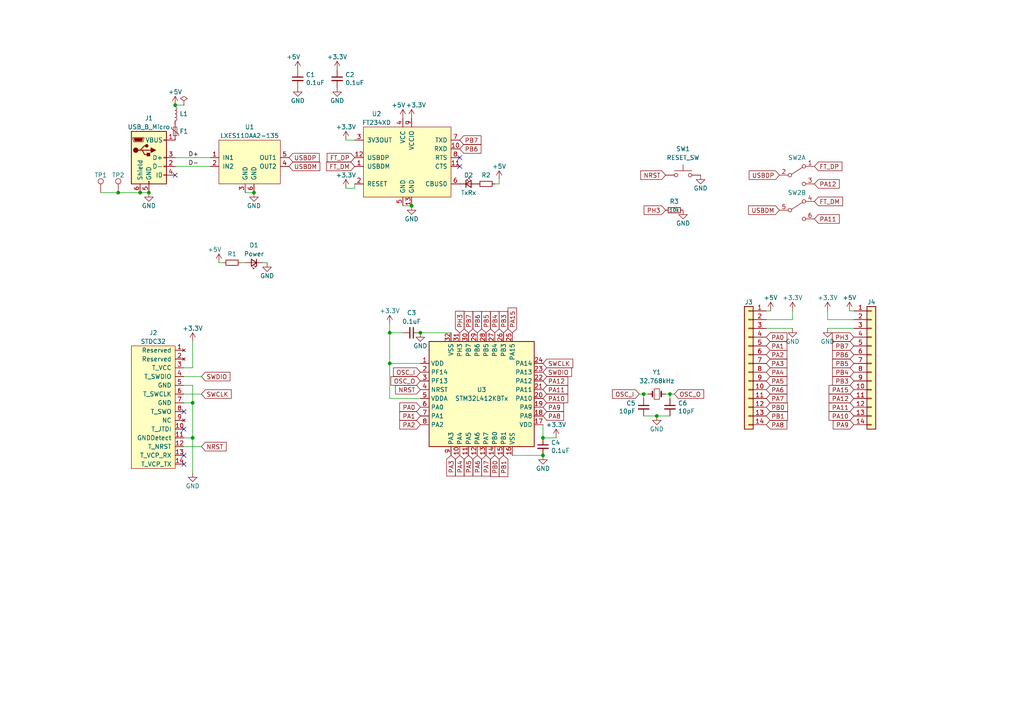
<source format=kicad_sch>
(kicad_sch (version 20211123) (generator eeschema)

  (uuid 887b6b0f-5633-440f-bcf3-c3703611b05c)

  (paper "A4")

  (title_block
    (title "Evaluation Board STM32L412KB")
    (date "2022-12-10")
    (rev "V2.0")
    (company "https://github.com/KimiakiK")
  )

  (lib_symbols
    (symbol "Connector:TestPoint" (pin_numbers hide) (pin_names (offset 0.762) hide) (in_bom yes) (on_board yes)
      (property "Reference" "TP" (id 0) (at 0 6.858 0)
        (effects (font (size 1.27 1.27)))
      )
      (property "Value" "TestPoint" (id 1) (at 0 5.08 0)
        (effects (font (size 1.27 1.27)))
      )
      (property "Footprint" "" (id 2) (at 5.08 0 0)
        (effects (font (size 1.27 1.27)) hide)
      )
      (property "Datasheet" "~" (id 3) (at 5.08 0 0)
        (effects (font (size 1.27 1.27)) hide)
      )
      (property "ki_keywords" "test point tp" (id 4) (at 0 0 0)
        (effects (font (size 1.27 1.27)) hide)
      )
      (property "ki_description" "test point" (id 5) (at 0 0 0)
        (effects (font (size 1.27 1.27)) hide)
      )
      (property "ki_fp_filters" "Pin* Test*" (id 6) (at 0 0 0)
        (effects (font (size 1.27 1.27)) hide)
      )
      (symbol "TestPoint_0_1"
        (circle (center 0 3.302) (radius 0.762)
          (stroke (width 0) (type default) (color 0 0 0 0))
          (fill (type none))
        )
      )
      (symbol "TestPoint_1_1"
        (pin passive line (at 0 0 90) (length 2.54)
          (name "1" (effects (font (size 1.27 1.27))))
          (number "1" (effects (font (size 1.27 1.27))))
        )
      )
    )
    (symbol "Connector:USB_B_Micro" (pin_names (offset 1.016)) (in_bom yes) (on_board yes)
      (property "Reference" "J" (id 0) (at -5.08 11.43 0)
        (effects (font (size 1.27 1.27)) (justify left))
      )
      (property "Value" "USB_B_Micro" (id 1) (at -5.08 8.89 0)
        (effects (font (size 1.27 1.27)) (justify left))
      )
      (property "Footprint" "" (id 2) (at 3.81 -1.27 0)
        (effects (font (size 1.27 1.27)) hide)
      )
      (property "Datasheet" "~" (id 3) (at 3.81 -1.27 0)
        (effects (font (size 1.27 1.27)) hide)
      )
      (property "ki_keywords" "connector USB micro" (id 4) (at 0 0 0)
        (effects (font (size 1.27 1.27)) hide)
      )
      (property "ki_description" "USB Micro Type B connector" (id 5) (at 0 0 0)
        (effects (font (size 1.27 1.27)) hide)
      )
      (property "ki_fp_filters" "USB*" (id 6) (at 0 0 0)
        (effects (font (size 1.27 1.27)) hide)
      )
      (symbol "USB_B_Micro_0_1"
        (rectangle (start -5.08 -7.62) (end 5.08 7.62)
          (stroke (width 0.254) (type default) (color 0 0 0 0))
          (fill (type background))
        )
        (circle (center -3.81 2.159) (radius 0.635)
          (stroke (width 0.254) (type default) (color 0 0 0 0))
          (fill (type outline))
        )
        (circle (center -0.635 3.429) (radius 0.381)
          (stroke (width 0.254) (type default) (color 0 0 0 0))
          (fill (type outline))
        )
        (rectangle (start -0.127 -7.62) (end 0.127 -6.858)
          (stroke (width 0) (type default) (color 0 0 0 0))
          (fill (type none))
        )
        (polyline
          (pts
            (xy -1.905 2.159)
            (xy 0.635 2.159)
          )
          (stroke (width 0.254) (type default) (color 0 0 0 0))
          (fill (type none))
        )
        (polyline
          (pts
            (xy -3.175 2.159)
            (xy -2.54 2.159)
            (xy -1.27 3.429)
            (xy -0.635 3.429)
          )
          (stroke (width 0.254) (type default) (color 0 0 0 0))
          (fill (type none))
        )
        (polyline
          (pts
            (xy -2.54 2.159)
            (xy -1.905 2.159)
            (xy -1.27 0.889)
            (xy 0 0.889)
          )
          (stroke (width 0.254) (type default) (color 0 0 0 0))
          (fill (type none))
        )
        (polyline
          (pts
            (xy 0.635 2.794)
            (xy 0.635 1.524)
            (xy 1.905 2.159)
            (xy 0.635 2.794)
          )
          (stroke (width 0.254) (type default) (color 0 0 0 0))
          (fill (type outline))
        )
        (polyline
          (pts
            (xy -4.318 5.588)
            (xy -1.778 5.588)
            (xy -2.032 4.826)
            (xy -4.064 4.826)
            (xy -4.318 5.588)
          )
          (stroke (width 0) (type default) (color 0 0 0 0))
          (fill (type outline))
        )
        (polyline
          (pts
            (xy -4.699 5.842)
            (xy -4.699 5.588)
            (xy -4.445 4.826)
            (xy -4.445 4.572)
            (xy -1.651 4.572)
            (xy -1.651 4.826)
            (xy -1.397 5.588)
            (xy -1.397 5.842)
            (xy -4.699 5.842)
          )
          (stroke (width 0) (type default) (color 0 0 0 0))
          (fill (type none))
        )
        (rectangle (start 0.254 1.27) (end -0.508 0.508)
          (stroke (width 0.254) (type default) (color 0 0 0 0))
          (fill (type outline))
        )
        (rectangle (start 5.08 -5.207) (end 4.318 -4.953)
          (stroke (width 0) (type default) (color 0 0 0 0))
          (fill (type none))
        )
        (rectangle (start 5.08 -2.667) (end 4.318 -2.413)
          (stroke (width 0) (type default) (color 0 0 0 0))
          (fill (type none))
        )
        (rectangle (start 5.08 -0.127) (end 4.318 0.127)
          (stroke (width 0) (type default) (color 0 0 0 0))
          (fill (type none))
        )
        (rectangle (start 5.08 4.953) (end 4.318 5.207)
          (stroke (width 0) (type default) (color 0 0 0 0))
          (fill (type none))
        )
      )
      (symbol "USB_B_Micro_1_1"
        (pin power_out line (at 7.62 5.08 180) (length 2.54)
          (name "VBUS" (effects (font (size 1.27 1.27))))
          (number "1" (effects (font (size 1.27 1.27))))
        )
        (pin bidirectional line (at 7.62 -2.54 180) (length 2.54)
          (name "D-" (effects (font (size 1.27 1.27))))
          (number "2" (effects (font (size 1.27 1.27))))
        )
        (pin bidirectional line (at 7.62 0 180) (length 2.54)
          (name "D+" (effects (font (size 1.27 1.27))))
          (number "3" (effects (font (size 1.27 1.27))))
        )
        (pin passive line (at 7.62 -5.08 180) (length 2.54)
          (name "ID" (effects (font (size 1.27 1.27))))
          (number "4" (effects (font (size 1.27 1.27))))
        )
        (pin power_out line (at 0 -10.16 90) (length 2.54)
          (name "GND" (effects (font (size 1.27 1.27))))
          (number "5" (effects (font (size 1.27 1.27))))
        )
        (pin passive line (at -2.54 -10.16 90) (length 2.54)
          (name "Shield" (effects (font (size 1.27 1.27))))
          (number "6" (effects (font (size 1.27 1.27))))
        )
      )
    )
    (symbol "Connector_Generic:Conn_01x14" (pin_names (offset 1.016) hide) (in_bom yes) (on_board yes)
      (property "Reference" "J" (id 0) (at 0 17.78 0)
        (effects (font (size 1.27 1.27)))
      )
      (property "Value" "Conn_01x14" (id 1) (at 0 -20.32 0)
        (effects (font (size 1.27 1.27)))
      )
      (property "Footprint" "" (id 2) (at 0 0 0)
        (effects (font (size 1.27 1.27)) hide)
      )
      (property "Datasheet" "~" (id 3) (at 0 0 0)
        (effects (font (size 1.27 1.27)) hide)
      )
      (property "ki_keywords" "connector" (id 4) (at 0 0 0)
        (effects (font (size 1.27 1.27)) hide)
      )
      (property "ki_description" "Generic connector, single row, 01x14, script generated (kicad-library-utils/schlib/autogen/connector/)" (id 5) (at 0 0 0)
        (effects (font (size 1.27 1.27)) hide)
      )
      (property "ki_fp_filters" "Connector*:*_1x??_*" (id 6) (at 0 0 0)
        (effects (font (size 1.27 1.27)) hide)
      )
      (symbol "Conn_01x14_1_1"
        (rectangle (start -1.27 -17.653) (end 0 -17.907)
          (stroke (width 0.1524) (type default) (color 0 0 0 0))
          (fill (type none))
        )
        (rectangle (start -1.27 -15.113) (end 0 -15.367)
          (stroke (width 0.1524) (type default) (color 0 0 0 0))
          (fill (type none))
        )
        (rectangle (start -1.27 -12.573) (end 0 -12.827)
          (stroke (width 0.1524) (type default) (color 0 0 0 0))
          (fill (type none))
        )
        (rectangle (start -1.27 -10.033) (end 0 -10.287)
          (stroke (width 0.1524) (type default) (color 0 0 0 0))
          (fill (type none))
        )
        (rectangle (start -1.27 -7.493) (end 0 -7.747)
          (stroke (width 0.1524) (type default) (color 0 0 0 0))
          (fill (type none))
        )
        (rectangle (start -1.27 -4.953) (end 0 -5.207)
          (stroke (width 0.1524) (type default) (color 0 0 0 0))
          (fill (type none))
        )
        (rectangle (start -1.27 -2.413) (end 0 -2.667)
          (stroke (width 0.1524) (type default) (color 0 0 0 0))
          (fill (type none))
        )
        (rectangle (start -1.27 0.127) (end 0 -0.127)
          (stroke (width 0.1524) (type default) (color 0 0 0 0))
          (fill (type none))
        )
        (rectangle (start -1.27 2.667) (end 0 2.413)
          (stroke (width 0.1524) (type default) (color 0 0 0 0))
          (fill (type none))
        )
        (rectangle (start -1.27 5.207) (end 0 4.953)
          (stroke (width 0.1524) (type default) (color 0 0 0 0))
          (fill (type none))
        )
        (rectangle (start -1.27 7.747) (end 0 7.493)
          (stroke (width 0.1524) (type default) (color 0 0 0 0))
          (fill (type none))
        )
        (rectangle (start -1.27 10.287) (end 0 10.033)
          (stroke (width 0.1524) (type default) (color 0 0 0 0))
          (fill (type none))
        )
        (rectangle (start -1.27 12.827) (end 0 12.573)
          (stroke (width 0.1524) (type default) (color 0 0 0 0))
          (fill (type none))
        )
        (rectangle (start -1.27 15.367) (end 0 15.113)
          (stroke (width 0.1524) (type default) (color 0 0 0 0))
          (fill (type none))
        )
        (rectangle (start -1.27 16.51) (end 1.27 -19.05)
          (stroke (width 0.254) (type default) (color 0 0 0 0))
          (fill (type background))
        )
        (pin passive line (at -5.08 15.24 0) (length 3.81)
          (name "Pin_1" (effects (font (size 1.27 1.27))))
          (number "1" (effects (font (size 1.27 1.27))))
        )
        (pin passive line (at -5.08 -7.62 0) (length 3.81)
          (name "Pin_10" (effects (font (size 1.27 1.27))))
          (number "10" (effects (font (size 1.27 1.27))))
        )
        (pin passive line (at -5.08 -10.16 0) (length 3.81)
          (name "Pin_11" (effects (font (size 1.27 1.27))))
          (number "11" (effects (font (size 1.27 1.27))))
        )
        (pin passive line (at -5.08 -12.7 0) (length 3.81)
          (name "Pin_12" (effects (font (size 1.27 1.27))))
          (number "12" (effects (font (size 1.27 1.27))))
        )
        (pin passive line (at -5.08 -15.24 0) (length 3.81)
          (name "Pin_13" (effects (font (size 1.27 1.27))))
          (number "13" (effects (font (size 1.27 1.27))))
        )
        (pin passive line (at -5.08 -17.78 0) (length 3.81)
          (name "Pin_14" (effects (font (size 1.27 1.27))))
          (number "14" (effects (font (size 1.27 1.27))))
        )
        (pin passive line (at -5.08 12.7 0) (length 3.81)
          (name "Pin_2" (effects (font (size 1.27 1.27))))
          (number "2" (effects (font (size 1.27 1.27))))
        )
        (pin passive line (at -5.08 10.16 0) (length 3.81)
          (name "Pin_3" (effects (font (size 1.27 1.27))))
          (number "3" (effects (font (size 1.27 1.27))))
        )
        (pin passive line (at -5.08 7.62 0) (length 3.81)
          (name "Pin_4" (effects (font (size 1.27 1.27))))
          (number "4" (effects (font (size 1.27 1.27))))
        )
        (pin passive line (at -5.08 5.08 0) (length 3.81)
          (name "Pin_5" (effects (font (size 1.27 1.27))))
          (number "5" (effects (font (size 1.27 1.27))))
        )
        (pin passive line (at -5.08 2.54 0) (length 3.81)
          (name "Pin_6" (effects (font (size 1.27 1.27))))
          (number "6" (effects (font (size 1.27 1.27))))
        )
        (pin passive line (at -5.08 0 0) (length 3.81)
          (name "Pin_7" (effects (font (size 1.27 1.27))))
          (number "7" (effects (font (size 1.27 1.27))))
        )
        (pin passive line (at -5.08 -2.54 0) (length 3.81)
          (name "Pin_8" (effects (font (size 1.27 1.27))))
          (number "8" (effects (font (size 1.27 1.27))))
        )
        (pin passive line (at -5.08 -5.08 0) (length 3.81)
          (name "Pin_9" (effects (font (size 1.27 1.27))))
          (number "9" (effects (font (size 1.27 1.27))))
        )
      )
    )
    (symbol "Device:C_Small" (pin_numbers hide) (pin_names (offset 0.254) hide) (in_bom yes) (on_board yes)
      (property "Reference" "C" (id 0) (at 0.254 1.778 0)
        (effects (font (size 1.27 1.27)) (justify left))
      )
      (property "Value" "C_Small" (id 1) (at 0.254 -2.032 0)
        (effects (font (size 1.27 1.27)) (justify left))
      )
      (property "Footprint" "" (id 2) (at 0 0 0)
        (effects (font (size 1.27 1.27)) hide)
      )
      (property "Datasheet" "~" (id 3) (at 0 0 0)
        (effects (font (size 1.27 1.27)) hide)
      )
      (property "ki_keywords" "capacitor cap" (id 4) (at 0 0 0)
        (effects (font (size 1.27 1.27)) hide)
      )
      (property "ki_description" "Unpolarized capacitor, small symbol" (id 5) (at 0 0 0)
        (effects (font (size 1.27 1.27)) hide)
      )
      (property "ki_fp_filters" "C_*" (id 6) (at 0 0 0)
        (effects (font (size 1.27 1.27)) hide)
      )
      (symbol "C_Small_0_1"
        (polyline
          (pts
            (xy -1.524 -0.508)
            (xy 1.524 -0.508)
          )
          (stroke (width 0.3302) (type default) (color 0 0 0 0))
          (fill (type none))
        )
        (polyline
          (pts
            (xy -1.524 0.508)
            (xy 1.524 0.508)
          )
          (stroke (width 0.3048) (type default) (color 0 0 0 0))
          (fill (type none))
        )
      )
      (symbol "C_Small_1_1"
        (pin passive line (at 0 2.54 270) (length 2.032)
          (name "~" (effects (font (size 1.27 1.27))))
          (number "1" (effects (font (size 1.27 1.27))))
        )
        (pin passive line (at 0 -2.54 90) (length 2.032)
          (name "~" (effects (font (size 1.27 1.27))))
          (number "2" (effects (font (size 1.27 1.27))))
        )
      )
    )
    (symbol "Device:Crystal_Small" (pin_numbers hide) (pin_names (offset 1.016) hide) (in_bom yes) (on_board yes)
      (property "Reference" "Y" (id 0) (at 0 2.54 0)
        (effects (font (size 1.27 1.27)))
      )
      (property "Value" "Crystal_Small" (id 1) (at 0 -2.54 0)
        (effects (font (size 1.27 1.27)))
      )
      (property "Footprint" "" (id 2) (at 0 0 0)
        (effects (font (size 1.27 1.27)) hide)
      )
      (property "Datasheet" "~" (id 3) (at 0 0 0)
        (effects (font (size 1.27 1.27)) hide)
      )
      (property "ki_keywords" "quartz ceramic resonator oscillator" (id 4) (at 0 0 0)
        (effects (font (size 1.27 1.27)) hide)
      )
      (property "ki_description" "Two pin crystal, small symbol" (id 5) (at 0 0 0)
        (effects (font (size 1.27 1.27)) hide)
      )
      (property "ki_fp_filters" "Crystal*" (id 6) (at 0 0 0)
        (effects (font (size 1.27 1.27)) hide)
      )
      (symbol "Crystal_Small_0_1"
        (rectangle (start -0.762 -1.524) (end 0.762 1.524)
          (stroke (width 0) (type default) (color 0 0 0 0))
          (fill (type none))
        )
        (polyline
          (pts
            (xy -1.27 -0.762)
            (xy -1.27 0.762)
          )
          (stroke (width 0.381) (type default) (color 0 0 0 0))
          (fill (type none))
        )
        (polyline
          (pts
            (xy 1.27 -0.762)
            (xy 1.27 0.762)
          )
          (stroke (width 0.381) (type default) (color 0 0 0 0))
          (fill (type none))
        )
      )
      (symbol "Crystal_Small_1_1"
        (pin passive line (at -2.54 0 0) (length 1.27)
          (name "1" (effects (font (size 1.27 1.27))))
          (number "1" (effects (font (size 1.27 1.27))))
        )
        (pin passive line (at 2.54 0 180) (length 1.27)
          (name "2" (effects (font (size 1.27 1.27))))
          (number "2" (effects (font (size 1.27 1.27))))
        )
      )
    )
    (symbol "Device:LED_Small" (pin_numbers hide) (pin_names (offset 0.254) hide) (in_bom yes) (on_board yes)
      (property "Reference" "D" (id 0) (at -1.27 3.175 0)
        (effects (font (size 1.27 1.27)) (justify left))
      )
      (property "Value" "LED_Small" (id 1) (at -4.445 -2.54 0)
        (effects (font (size 1.27 1.27)) (justify left))
      )
      (property "Footprint" "" (id 2) (at 0 0 90)
        (effects (font (size 1.27 1.27)) hide)
      )
      (property "Datasheet" "~" (id 3) (at 0 0 90)
        (effects (font (size 1.27 1.27)) hide)
      )
      (property "ki_keywords" "LED diode light-emitting-diode" (id 4) (at 0 0 0)
        (effects (font (size 1.27 1.27)) hide)
      )
      (property "ki_description" "Light emitting diode, small symbol" (id 5) (at 0 0 0)
        (effects (font (size 1.27 1.27)) hide)
      )
      (property "ki_fp_filters" "LED* LED_SMD:* LED_THT:*" (id 6) (at 0 0 0)
        (effects (font (size 1.27 1.27)) hide)
      )
      (symbol "LED_Small_0_1"
        (polyline
          (pts
            (xy -0.762 -1.016)
            (xy -0.762 1.016)
          )
          (stroke (width 0.254) (type default) (color 0 0 0 0))
          (fill (type none))
        )
        (polyline
          (pts
            (xy 1.016 0)
            (xy -0.762 0)
          )
          (stroke (width 0) (type default) (color 0 0 0 0))
          (fill (type none))
        )
        (polyline
          (pts
            (xy 0.762 -1.016)
            (xy -0.762 0)
            (xy 0.762 1.016)
            (xy 0.762 -1.016)
          )
          (stroke (width 0.254) (type default) (color 0 0 0 0))
          (fill (type none))
        )
        (polyline
          (pts
            (xy 0 0.762)
            (xy -0.508 1.27)
            (xy -0.254 1.27)
            (xy -0.508 1.27)
            (xy -0.508 1.016)
          )
          (stroke (width 0) (type default) (color 0 0 0 0))
          (fill (type none))
        )
        (polyline
          (pts
            (xy 0.508 1.27)
            (xy 0 1.778)
            (xy 0.254 1.778)
            (xy 0 1.778)
            (xy 0 1.524)
          )
          (stroke (width 0) (type default) (color 0 0 0 0))
          (fill (type none))
        )
      )
      (symbol "LED_Small_1_1"
        (pin passive line (at -2.54 0 0) (length 1.778)
          (name "K" (effects (font (size 1.27 1.27))))
          (number "1" (effects (font (size 1.27 1.27))))
        )
        (pin passive line (at 2.54 0 180) (length 1.778)
          (name "A" (effects (font (size 1.27 1.27))))
          (number "2" (effects (font (size 1.27 1.27))))
        )
      )
    )
    (symbol "Device:L_Small" (pin_numbers hide) (pin_names (offset 0.254) hide) (in_bom yes) (on_board yes)
      (property "Reference" "L" (id 0) (at 0.762 1.016 0)
        (effects (font (size 1.27 1.27)) (justify left))
      )
      (property "Value" "L_Small" (id 1) (at 0.762 -1.016 0)
        (effects (font (size 1.27 1.27)) (justify left))
      )
      (property "Footprint" "" (id 2) (at 0 0 0)
        (effects (font (size 1.27 1.27)) hide)
      )
      (property "Datasheet" "~" (id 3) (at 0 0 0)
        (effects (font (size 1.27 1.27)) hide)
      )
      (property "ki_keywords" "inductor choke coil reactor magnetic" (id 4) (at 0 0 0)
        (effects (font (size 1.27 1.27)) hide)
      )
      (property "ki_description" "Inductor, small symbol" (id 5) (at 0 0 0)
        (effects (font (size 1.27 1.27)) hide)
      )
      (property "ki_fp_filters" "Choke_* *Coil* Inductor_* L_*" (id 6) (at 0 0 0)
        (effects (font (size 1.27 1.27)) hide)
      )
      (symbol "L_Small_0_1"
        (arc (start 0 -2.032) (mid 0.508 -1.524) (end 0 -1.016)
          (stroke (width 0) (type default) (color 0 0 0 0))
          (fill (type none))
        )
        (arc (start 0 -1.016) (mid 0.508 -0.508) (end 0 0)
          (stroke (width 0) (type default) (color 0 0 0 0))
          (fill (type none))
        )
        (arc (start 0 0) (mid 0.508 0.508) (end 0 1.016)
          (stroke (width 0) (type default) (color 0 0 0 0))
          (fill (type none))
        )
        (arc (start 0 1.016) (mid 0.508 1.524) (end 0 2.032)
          (stroke (width 0) (type default) (color 0 0 0 0))
          (fill (type none))
        )
      )
      (symbol "L_Small_1_1"
        (pin passive line (at 0 2.54 270) (length 0.508)
          (name "~" (effects (font (size 1.27 1.27))))
          (number "1" (effects (font (size 1.27 1.27))))
        )
        (pin passive line (at 0 -2.54 90) (length 0.508)
          (name "~" (effects (font (size 1.27 1.27))))
          (number "2" (effects (font (size 1.27 1.27))))
        )
      )
    )
    (symbol "Device:Polyfuse_Small" (pin_numbers hide) (pin_names (offset 0)) (in_bom yes) (on_board yes)
      (property "Reference" "F" (id 0) (at -1.905 0 90)
        (effects (font (size 1.27 1.27)))
      )
      (property "Value" "Polyfuse_Small" (id 1) (at 1.905 0 90)
        (effects (font (size 1.27 1.27)))
      )
      (property "Footprint" "" (id 2) (at 1.27 -5.08 0)
        (effects (font (size 1.27 1.27)) (justify left) hide)
      )
      (property "Datasheet" "~" (id 3) (at 0 0 0)
        (effects (font (size 1.27 1.27)) hide)
      )
      (property "ki_keywords" "resettable fuse PTC PPTC polyfuse polyswitch" (id 4) (at 0 0 0)
        (effects (font (size 1.27 1.27)) hide)
      )
      (property "ki_description" "Resettable fuse, polymeric positive temperature coefficient, small symbol" (id 5) (at 0 0 0)
        (effects (font (size 1.27 1.27)) hide)
      )
      (property "ki_fp_filters" "*polyfuse* *PTC*" (id 6) (at 0 0 0)
        (effects (font (size 1.27 1.27)) hide)
      )
      (symbol "Polyfuse_Small_0_1"
        (rectangle (start -0.508 1.27) (end 0.508 -1.27)
          (stroke (width 0) (type default) (color 0 0 0 0))
          (fill (type none))
        )
        (polyline
          (pts
            (xy 0 2.54)
            (xy 0 -2.54)
          )
          (stroke (width 0) (type default) (color 0 0 0 0))
          (fill (type none))
        )
        (polyline
          (pts
            (xy -1.016 1.27)
            (xy -1.016 0.762)
            (xy 1.016 -0.762)
            (xy 1.016 -1.27)
          )
          (stroke (width 0) (type default) (color 0 0 0 0))
          (fill (type none))
        )
      )
      (symbol "Polyfuse_Small_1_1"
        (pin passive line (at 0 2.54 270) (length 0.635)
          (name "~" (effects (font (size 1.27 1.27))))
          (number "1" (effects (font (size 1.27 1.27))))
        )
        (pin passive line (at 0 -2.54 90) (length 0.635)
          (name "~" (effects (font (size 1.27 1.27))))
          (number "2" (effects (font (size 1.27 1.27))))
        )
      )
    )
    (symbol "Device:R_Small" (pin_numbers hide) (pin_names (offset 0.254) hide) (in_bom yes) (on_board yes)
      (property "Reference" "R" (id 0) (at 0.762 0.508 0)
        (effects (font (size 1.27 1.27)) (justify left))
      )
      (property "Value" "R_Small" (id 1) (at 0.762 -1.016 0)
        (effects (font (size 1.27 1.27)) (justify left))
      )
      (property "Footprint" "" (id 2) (at 0 0 0)
        (effects (font (size 1.27 1.27)) hide)
      )
      (property "Datasheet" "~" (id 3) (at 0 0 0)
        (effects (font (size 1.27 1.27)) hide)
      )
      (property "ki_keywords" "R resistor" (id 4) (at 0 0 0)
        (effects (font (size 1.27 1.27)) hide)
      )
      (property "ki_description" "Resistor, small symbol" (id 5) (at 0 0 0)
        (effects (font (size 1.27 1.27)) hide)
      )
      (property "ki_fp_filters" "R_*" (id 6) (at 0 0 0)
        (effects (font (size 1.27 1.27)) hide)
      )
      (symbol "R_Small_0_1"
        (rectangle (start -0.762 1.778) (end 0.762 -1.778)
          (stroke (width 0.2032) (type default) (color 0 0 0 0))
          (fill (type none))
        )
      )
      (symbol "R_Small_1_1"
        (pin passive line (at 0 2.54 270) (length 0.762)
          (name "~" (effects (font (size 1.27 1.27))))
          (number "1" (effects (font (size 1.27 1.27))))
        )
        (pin passive line (at 0 -2.54 90) (length 0.762)
          (name "~" (effects (font (size 1.27 1.27))))
          (number "2" (effects (font (size 1.27 1.27))))
        )
      )
    )
    (symbol "EB-STM32L412KB:FT234XD" (pin_names (offset 1.016)) (in_bom yes) (on_board yes)
      (property "Reference" "U" (id 0) (at 0 0 0)
        (effects (font (size 1.27 1.27)))
      )
      (property "Value" "FT234XD" (id 1) (at 0 -2.54 0)
        (effects (font (size 1.27 1.27)))
      )
      (property "Footprint" "" (id 2) (at 0 0 0)
        (effects (font (size 1.27 1.27)) hide)
      )
      (property "Datasheet" "" (id 3) (at 0 0 0)
        (effects (font (size 1.27 1.27)) hide)
      )
      (property "ki_description" "FT234XD USB TO BASIC UART IC" (id 4) (at 0 0 0)
        (effects (font (size 1.27 1.27)) hide)
      )
      (symbol "FT234XD_0_0"
        (pin passive line (at -15.24 -1.27 0) (length 2.54)
          (name "USBDM" (effects (font (size 1.27 1.27))))
          (number "1" (effects (font (size 1.27 1.27))))
        )
        (pin passive line (at 15.24 3.81 180) (length 2.54)
          (name "RXD" (effects (font (size 1.27 1.27))))
          (number "10" (effects (font (size 1.27 1.27))))
        )
        (pin passive line (at 15.24 -1.27 180) (length 2.54)
          (name "CTS" (effects (font (size 1.27 1.27))))
          (number "11" (effects (font (size 1.27 1.27))))
        )
        (pin passive line (at -15.24 1.27 0) (length 2.54)
          (name "USBDP" (effects (font (size 1.27 1.27))))
          (number "12" (effects (font (size 1.27 1.27))))
        )
        (pin power_in line (at 1.27 -12.7 90) (length 2.54)
          (name "GND" (effects (font (size 1.27 1.27))))
          (number "13" (effects (font (size 1.27 1.27))))
        )
        (pin passive line (at -15.24 -6.35 0) (length 2.54)
          (name "RESET" (effects (font (size 1.27 1.27))))
          (number "2" (effects (font (size 1.27 1.27))))
        )
        (pin power_out line (at -15.24 6.35 0) (length 2.54)
          (name "3V3OUT" (effects (font (size 1.27 1.27))))
          (number "3" (effects (font (size 1.27 1.27))))
        )
        (pin power_in line (at -1.27 12.7 270) (length 2.54)
          (name "VCC" (effects (font (size 1.27 1.27))))
          (number "4" (effects (font (size 1.27 1.27))))
        )
        (pin power_in line (at -1.27 -12.7 90) (length 2.54)
          (name "GND" (effects (font (size 1.27 1.27))))
          (number "5" (effects (font (size 1.27 1.27))))
        )
        (pin passive line (at 15.24 -6.35 180) (length 2.54)
          (name "CBUS0" (effects (font (size 1.27 1.27))))
          (number "6" (effects (font (size 1.27 1.27))))
        )
        (pin passive line (at 15.24 6.35 180) (length 2.54)
          (name "TXD" (effects (font (size 1.27 1.27))))
          (number "7" (effects (font (size 1.27 1.27))))
        )
        (pin passive line (at 15.24 1.27 180) (length 2.54)
          (name "RTS" (effects (font (size 1.27 1.27))))
          (number "8" (effects (font (size 1.27 1.27))))
        )
        (pin power_in line (at 1.27 12.7 270) (length 2.54)
          (name "VCCIO" (effects (font (size 1.27 1.27))))
          (number "9" (effects (font (size 1.27 1.27))))
        )
      )
      (symbol "FT234XD_0_1"
        (rectangle (start -12.7 10.16) (end 12.7 -10.16)
          (stroke (width 0) (type default) (color 0 0 0 0))
          (fill (type background))
        )
      )
    )
    (symbol "EB-STM32L412KB:LXES11DAA2-135" (pin_names (offset 1.016)) (in_bom yes) (on_board yes)
      (property "Reference" "U" (id 0) (at 0 0 0)
        (effects (font (size 1.27 1.27)))
      )
      (property "Value" "LXES11DAA2-135" (id 1) (at 0 7.62 0)
        (effects (font (size 1.27 1.27)))
      )
      (property "Footprint" "" (id 2) (at 0 0 0)
        (effects (font (size 1.27 1.27)) hide)
      )
      (property "Datasheet" "" (id 3) (at 0 0 0)
        (effects (font (size 1.27 1.27)) hide)
      )
      (property "ki_description" "Common mode ESD filter LXES**D series" (id 4) (at 0 0 0)
        (effects (font (size 1.27 1.27)) hide)
      )
      (symbol "LXES11DAA2-135_0_0"
        (pin passive line (at -11.43 1.27 0) (length 2.54)
          (name "IN1" (effects (font (size 1.27 1.27))))
          (number "1" (effects (font (size 1.27 1.27))))
        )
        (pin passive line (at -11.43 -1.27 0) (length 2.54)
          (name "IN2" (effects (font (size 1.27 1.27))))
          (number "2" (effects (font (size 1.27 1.27))))
        )
        (pin power_in line (at -1.27 -8.89 90) (length 2.54)
          (name "GND" (effects (font (size 1.27 1.27))))
          (number "3" (effects (font (size 1.27 1.27))))
        )
        (pin passive line (at 11.43 -1.27 180) (length 2.54)
          (name "OUT2" (effects (font (size 1.27 1.27))))
          (number "4" (effects (font (size 1.27 1.27))))
        )
        (pin passive line (at 11.43 1.27 180) (length 2.54)
          (name "OUT1" (effects (font (size 1.27 1.27))))
          (number "5" (effects (font (size 1.27 1.27))))
        )
        (pin power_in line (at 1.27 -8.89 90) (length 2.54)
          (name "GND" (effects (font (size 1.27 1.27))))
          (number "6" (effects (font (size 1.27 1.27))))
        )
      )
      (symbol "LXES11DAA2-135_0_1"
        (rectangle (start -8.89 6.35) (end 8.89 -6.35)
          (stroke (width 0) (type default) (color 0 0 0 0))
          (fill (type background))
        )
      )
    )
    (symbol "EB-STM32L412KB:STDC32" (pin_names (offset 1.016)) (in_bom yes) (on_board yes)
      (property "Reference" "J" (id 0) (at 0 19.05 0)
        (effects (font (size 1.27 1.27)))
      )
      (property "Value" "STDC32" (id 1) (at 0 -19.05 0)
        (effects (font (size 1.27 1.27)))
      )
      (property "Footprint" "Connector_PinHeader_1.27mm:PinHeader_2x07_P1.27mm_Vertical" (id 2) (at 0 21.59 0)
        (effects (font (size 1.27 1.27)) hide)
      )
      (property "Datasheet" "" (id 3) (at -1.27 12.7 0)
        (effects (font (size 1.27 1.27)) hide)
      )
      (property "ki_keywords" "STM32 JTAG/SWD and VCP" (id 4) (at 0 0 0)
        (effects (font (size 1.27 1.27)) hide)
      )
      (property "ki_description" "STM32 JTAG/SWD and VCP" (id 5) (at 0 0 0)
        (effects (font (size 1.27 1.27)) hide)
      )
      (symbol "STDC32_0_1"
        (rectangle (start -6.35 17.78) (end 6.35 -17.78)
          (stroke (width 0) (type default) (color 0 0 0 0))
          (fill (type background))
        )
      )
      (symbol "STDC32_1_1"
        (pin no_connect line (at -8.89 16.51 0) (length 2.54)
          (name "Reserved" (effects (font (size 1.27 1.27))))
          (number "1" (effects (font (size 1.27 1.27))))
        )
        (pin passive line (at -8.89 -6.35 0) (length 2.54)
          (name "T_JTDI" (effects (font (size 1.27 1.27))))
          (number "10" (effects (font (size 1.27 1.27))))
        )
        (pin power_in line (at -8.89 -8.89 0) (length 2.54)
          (name "GNDDetect" (effects (font (size 1.27 1.27))))
          (number "11" (effects (font (size 1.27 1.27))))
        )
        (pin passive line (at -8.89 -11.43 0) (length 2.54)
          (name "T_NRST" (effects (font (size 1.27 1.27))))
          (number "12" (effects (font (size 1.27 1.27))))
        )
        (pin passive line (at -8.89 -13.97 0) (length 2.54)
          (name "T_VCP_RX" (effects (font (size 1.27 1.27))))
          (number "13" (effects (font (size 1.27 1.27))))
        )
        (pin passive line (at -8.89 -16.51 0) (length 2.54)
          (name "T_VCP_TX" (effects (font (size 1.27 1.27))))
          (number "14" (effects (font (size 1.27 1.27))))
        )
        (pin no_connect line (at -8.89 13.97 0) (length 2.54)
          (name "Reserved" (effects (font (size 1.27 1.27))))
          (number "2" (effects (font (size 1.27 1.27))))
        )
        (pin power_in line (at -8.89 11.43 0) (length 2.54)
          (name "T_VCC" (effects (font (size 1.27 1.27))))
          (number "3" (effects (font (size 1.27 1.27))))
        )
        (pin passive line (at -8.89 8.89 0) (length 2.54)
          (name "T_SWDIO" (effects (font (size 1.27 1.27))))
          (number "4" (effects (font (size 1.27 1.27))))
        )
        (pin power_in line (at -8.89 6.35 0) (length 2.54)
          (name "GND" (effects (font (size 1.27 1.27))))
          (number "5" (effects (font (size 1.27 1.27))))
        )
        (pin passive line (at -8.89 3.81 0) (length 2.54)
          (name "T_SWCLK" (effects (font (size 1.27 1.27))))
          (number "6" (effects (font (size 1.27 1.27))))
        )
        (pin power_in line (at -8.89 1.27 0) (length 2.54)
          (name "GND" (effects (font (size 1.27 1.27))))
          (number "7" (effects (font (size 1.27 1.27))))
        )
        (pin passive line (at -8.89 -1.27 0) (length 2.54)
          (name "T_SWO" (effects (font (size 1.27 1.27))))
          (number "8" (effects (font (size 1.27 1.27))))
        )
        (pin no_connect line (at -8.89 -3.81 0) (length 2.54)
          (name "NC" (effects (font (size 1.27 1.27))))
          (number "9" (effects (font (size 1.27 1.27))))
        )
      )
    )
    (symbol "EB-STM32L412KB:STM32L412KBTx" (in_bom yes) (on_board yes)
      (property "Reference" "U" (id 0) (at 0 1.27 0)
        (effects (font (size 1.27 1.27)))
      )
      (property "Value" "STM32L412KBTx" (id 1) (at 0 -1.27 0)
        (effects (font (size 1.27 1.27)))
      )
      (property "Footprint" "" (id 2) (at 0 -22.86 0)
        (effects (font (size 1.27 1.27)) hide)
      )
      (property "Datasheet" "" (id 3) (at 0 0 0)
        (effects (font (size 1.27 1.27)) hide)
      )
      (property "ki_keywords" "ARM Cortex-M4 STM32L4 STM32L412" (id 4) (at 0 0 0)
        (effects (font (size 1.27 1.27)) hide)
      )
      (property "ki_description" "ARM Cortex-M4 MCU, 128KB flash, 40KB RAM, 80MHz, LQFP-32" (id 5) (at 0 0 0)
        (effects (font (size 1.27 1.27)) hide)
      )
      (property "ki_fp_filters" "LQFP*7x7mm*P0.8mm*" (id 6) (at 0 0 0)
        (effects (font (size 1.27 1.27)) hide)
      )
      (symbol "STM32L412KBTx_0_1"
        (rectangle (start -15.24 -15.24) (end 15.24 15.24)
          (stroke (width 0.254) (type default) (color 0 0 0 0))
          (fill (type background))
        )
      )
      (symbol "STM32L412KBTx_1_1"
        (pin power_in line (at -17.78 8.89 0) (length 2.54)
          (name "VDD" (effects (font (size 1.27 1.27))))
          (number "1" (effects (font (size 1.27 1.27))))
        )
        (pin passive line (at -6.35 -17.78 90) (length 2.54)
          (name "PA4" (effects (font (size 1.27 1.27))))
          (number "10" (effects (font (size 1.27 1.27))))
        )
        (pin passive line (at -3.81 -17.78 90) (length 2.54)
          (name "PA5" (effects (font (size 1.27 1.27))))
          (number "11" (effects (font (size 1.27 1.27))))
        )
        (pin passive line (at -1.27 -17.78 90) (length 2.54)
          (name "PA6" (effects (font (size 1.27 1.27))))
          (number "12" (effects (font (size 1.27 1.27))))
        )
        (pin passive line (at 1.27 -17.78 90) (length 2.54)
          (name "PA7" (effects (font (size 1.27 1.27))))
          (number "13" (effects (font (size 1.27 1.27))))
        )
        (pin passive line (at 3.81 -17.78 90) (length 2.54)
          (name "PB0" (effects (font (size 1.27 1.27))))
          (number "14" (effects (font (size 1.27 1.27))))
        )
        (pin passive line (at 6.35 -17.78 90) (length 2.54)
          (name "PB1" (effects (font (size 1.27 1.27))))
          (number "15" (effects (font (size 1.27 1.27))))
        )
        (pin power_in line (at 8.89 -17.78 90) (length 2.54)
          (name "VSS" (effects (font (size 1.27 1.27))))
          (number "16" (effects (font (size 1.27 1.27))))
        )
        (pin power_in line (at 17.78 -8.89 180) (length 2.54)
          (name "VDD" (effects (font (size 1.27 1.27))))
          (number "17" (effects (font (size 1.27 1.27))))
        )
        (pin passive line (at 17.78 -6.35 180) (length 2.54)
          (name "PA8" (effects (font (size 1.27 1.27))))
          (number "18" (effects (font (size 1.27 1.27))))
        )
        (pin passive line (at 17.78 -3.81 180) (length 2.54)
          (name "PA9" (effects (font (size 1.27 1.27))))
          (number "19" (effects (font (size 1.27 1.27))))
        )
        (pin passive line (at -17.78 6.35 0) (length 2.54)
          (name "PF14" (effects (font (size 1.27 1.27))))
          (number "2" (effects (font (size 1.27 1.27))))
        )
        (pin passive line (at 17.78 -1.27 180) (length 2.54)
          (name "PA10" (effects (font (size 1.27 1.27))))
          (number "20" (effects (font (size 1.27 1.27))))
        )
        (pin passive line (at 17.78 1.27 180) (length 2.54)
          (name "PA11" (effects (font (size 1.27 1.27))))
          (number "21" (effects (font (size 1.27 1.27))))
        )
        (pin passive line (at 17.78 3.81 180) (length 2.54)
          (name "PA12" (effects (font (size 1.27 1.27))))
          (number "22" (effects (font (size 1.27 1.27))))
        )
        (pin passive line (at 17.78 6.35 180) (length 2.54)
          (name "PA13" (effects (font (size 1.27 1.27))))
          (number "23" (effects (font (size 1.27 1.27))))
        )
        (pin passive line (at 17.78 8.89 180) (length 2.54)
          (name "PA14" (effects (font (size 1.27 1.27))))
          (number "24" (effects (font (size 1.27 1.27))))
        )
        (pin passive line (at 8.89 17.78 270) (length 2.54)
          (name "PA15" (effects (font (size 1.27 1.27))))
          (number "25" (effects (font (size 1.27 1.27))))
        )
        (pin passive line (at 6.35 17.78 270) (length 2.54)
          (name "PB3" (effects (font (size 1.27 1.27))))
          (number "26" (effects (font (size 1.27 1.27))))
        )
        (pin passive line (at 3.81 17.78 270) (length 2.54)
          (name "PB4" (effects (font (size 1.27 1.27))))
          (number "27" (effects (font (size 1.27 1.27))))
        )
        (pin passive line (at 1.27 17.78 270) (length 2.54)
          (name "PB5" (effects (font (size 1.27 1.27))))
          (number "28" (effects (font (size 1.27 1.27))))
        )
        (pin passive line (at -1.27 17.78 270) (length 2.54)
          (name "PB6" (effects (font (size 1.27 1.27))))
          (number "29" (effects (font (size 1.27 1.27))))
        )
        (pin passive line (at -17.78 3.81 0) (length 2.54)
          (name "PF13" (effects (font (size 1.27 1.27))))
          (number "3" (effects (font (size 1.27 1.27))))
        )
        (pin passive line (at -3.81 17.78 270) (length 2.54)
          (name "PB7" (effects (font (size 1.27 1.27))))
          (number "30" (effects (font (size 1.27 1.27))))
        )
        (pin passive line (at -6.35 17.78 270) (length 2.54)
          (name "PH3" (effects (font (size 1.27 1.27))))
          (number "31" (effects (font (size 1.27 1.27))))
        )
        (pin power_in line (at -8.89 17.78 270) (length 2.54)
          (name "VSS" (effects (font (size 1.27 1.27))))
          (number "32" (effects (font (size 1.27 1.27))))
        )
        (pin passive line (at -17.78 1.27 0) (length 2.54)
          (name "NRST" (effects (font (size 1.27 1.27))))
          (number "4" (effects (font (size 1.27 1.27))))
        )
        (pin power_in line (at -17.78 -1.27 0) (length 2.54)
          (name "VDDA" (effects (font (size 1.27 1.27))))
          (number "5" (effects (font (size 1.27 1.27))))
        )
        (pin passive line (at -17.78 -3.81 0) (length 2.54)
          (name "PA0" (effects (font (size 1.27 1.27))))
          (number "6" (effects (font (size 1.27 1.27))))
        )
        (pin passive line (at -17.78 -6.35 0) (length 2.54)
          (name "PA1" (effects (font (size 1.27 1.27))))
          (number "7" (effects (font (size 1.27 1.27))))
        )
        (pin passive line (at -17.78 -8.89 0) (length 2.54)
          (name "PA2" (effects (font (size 1.27 1.27))))
          (number "8" (effects (font (size 1.27 1.27))))
        )
        (pin passive line (at -8.89 -17.78 90) (length 2.54)
          (name "PA3" (effects (font (size 1.27 1.27))))
          (number "9" (effects (font (size 1.27 1.27))))
        )
      )
    )
    (symbol "Switch:SW_DPDT_x2" (pin_names (offset 0) hide) (in_bom yes) (on_board yes)
      (property "Reference" "SW" (id 0) (at 0 4.318 0)
        (effects (font (size 1.27 1.27)))
      )
      (property "Value" "SW_DPDT_x2" (id 1) (at 0 -5.08 0)
        (effects (font (size 1.27 1.27)))
      )
      (property "Footprint" "" (id 2) (at 0 0 0)
        (effects (font (size 1.27 1.27)) hide)
      )
      (property "Datasheet" "~" (id 3) (at 0 0 0)
        (effects (font (size 1.27 1.27)) hide)
      )
      (property "ki_keywords" "switch dual-pole double-throw DPDT spdt ON-ON" (id 4) (at 0 0 0)
        (effects (font (size 1.27 1.27)) hide)
      )
      (property "ki_description" "Switch, dual pole double throw, separate symbols" (id 5) (at 0 0 0)
        (effects (font (size 1.27 1.27)) hide)
      )
      (property "ki_fp_filters" "SW*DPDT*" (id 6) (at 0 0 0)
        (effects (font (size 1.27 1.27)) hide)
      )
      (symbol "SW_DPDT_x2_0_0"
        (circle (center -2.032 0) (radius 0.508)
          (stroke (width 0) (type default) (color 0 0 0 0))
          (fill (type none))
        )
        (circle (center 2.032 -2.54) (radius 0.508)
          (stroke (width 0) (type default) (color 0 0 0 0))
          (fill (type none))
        )
      )
      (symbol "SW_DPDT_x2_0_1"
        (polyline
          (pts
            (xy -1.524 0.254)
            (xy 1.651 2.286)
          )
          (stroke (width 0) (type default) (color 0 0 0 0))
          (fill (type none))
        )
        (circle (center 2.032 2.54) (radius 0.508)
          (stroke (width 0) (type default) (color 0 0 0 0))
          (fill (type none))
        )
      )
      (symbol "SW_DPDT_x2_1_1"
        (pin passive line (at 5.08 2.54 180) (length 2.54)
          (name "A" (effects (font (size 1.27 1.27))))
          (number "1" (effects (font (size 1.27 1.27))))
        )
        (pin passive line (at -5.08 0 0) (length 2.54)
          (name "B" (effects (font (size 1.27 1.27))))
          (number "2" (effects (font (size 1.27 1.27))))
        )
        (pin passive line (at 5.08 -2.54 180) (length 2.54)
          (name "C" (effects (font (size 1.27 1.27))))
          (number "3" (effects (font (size 1.27 1.27))))
        )
      )
      (symbol "SW_DPDT_x2_2_1"
        (pin passive line (at 5.08 2.54 180) (length 2.54)
          (name "A" (effects (font (size 1.27 1.27))))
          (number "4" (effects (font (size 1.27 1.27))))
        )
        (pin passive line (at -5.08 0 0) (length 2.54)
          (name "B" (effects (font (size 1.27 1.27))))
          (number "5" (effects (font (size 1.27 1.27))))
        )
        (pin passive line (at 5.08 -2.54 180) (length 2.54)
          (name "C" (effects (font (size 1.27 1.27))))
          (number "6" (effects (font (size 1.27 1.27))))
        )
      )
    )
    (symbol "Switch:SW_Push" (pin_numbers hide) (pin_names (offset 1.016) hide) (in_bom yes) (on_board yes)
      (property "Reference" "SW" (id 0) (at 1.27 2.54 0)
        (effects (font (size 1.27 1.27)) (justify left))
      )
      (property "Value" "SW_Push" (id 1) (at 0 -1.524 0)
        (effects (font (size 1.27 1.27)))
      )
      (property "Footprint" "" (id 2) (at 0 5.08 0)
        (effects (font (size 1.27 1.27)) hide)
      )
      (property "Datasheet" "~" (id 3) (at 0 5.08 0)
        (effects (font (size 1.27 1.27)) hide)
      )
      (property "ki_keywords" "switch normally-open pushbutton push-button" (id 4) (at 0 0 0)
        (effects (font (size 1.27 1.27)) hide)
      )
      (property "ki_description" "Push button switch, generic, two pins" (id 5) (at 0 0 0)
        (effects (font (size 1.27 1.27)) hide)
      )
      (symbol "SW_Push_0_1"
        (circle (center -2.032 0) (radius 0.508)
          (stroke (width 0) (type default) (color 0 0 0 0))
          (fill (type none))
        )
        (polyline
          (pts
            (xy 0 1.27)
            (xy 0 3.048)
          )
          (stroke (width 0) (type default) (color 0 0 0 0))
          (fill (type none))
        )
        (polyline
          (pts
            (xy 2.54 1.27)
            (xy -2.54 1.27)
          )
          (stroke (width 0) (type default) (color 0 0 0 0))
          (fill (type none))
        )
        (circle (center 2.032 0) (radius 0.508)
          (stroke (width 0) (type default) (color 0 0 0 0))
          (fill (type none))
        )
        (pin passive line (at -5.08 0 0) (length 2.54)
          (name "1" (effects (font (size 1.27 1.27))))
          (number "1" (effects (font (size 1.27 1.27))))
        )
        (pin passive line (at 5.08 0 180) (length 2.54)
          (name "2" (effects (font (size 1.27 1.27))))
          (number "2" (effects (font (size 1.27 1.27))))
        )
      )
    )
    (symbol "power:+3.3V" (power) (pin_names (offset 0)) (in_bom yes) (on_board yes)
      (property "Reference" "#PWR" (id 0) (at 0 -3.81 0)
        (effects (font (size 1.27 1.27)) hide)
      )
      (property "Value" "+3.3V" (id 1) (at 0 3.556 0)
        (effects (font (size 1.27 1.27)))
      )
      (property "Footprint" "" (id 2) (at 0 0 0)
        (effects (font (size 1.27 1.27)) hide)
      )
      (property "Datasheet" "" (id 3) (at 0 0 0)
        (effects (font (size 1.27 1.27)) hide)
      )
      (property "ki_keywords" "power-flag" (id 4) (at 0 0 0)
        (effects (font (size 1.27 1.27)) hide)
      )
      (property "ki_description" "Power symbol creates a global label with name \"+3.3V\"" (id 5) (at 0 0 0)
        (effects (font (size 1.27 1.27)) hide)
      )
      (symbol "+3.3V_0_1"
        (polyline
          (pts
            (xy -0.762 1.27)
            (xy 0 2.54)
          )
          (stroke (width 0) (type default) (color 0 0 0 0))
          (fill (type none))
        )
        (polyline
          (pts
            (xy 0 0)
            (xy 0 2.54)
          )
          (stroke (width 0) (type default) (color 0 0 0 0))
          (fill (type none))
        )
        (polyline
          (pts
            (xy 0 2.54)
            (xy 0.762 1.27)
          )
          (stroke (width 0) (type default) (color 0 0 0 0))
          (fill (type none))
        )
      )
      (symbol "+3.3V_1_1"
        (pin power_in line (at 0 0 90) (length 0) hide
          (name "+3.3V" (effects (font (size 1.27 1.27))))
          (number "1" (effects (font (size 1.27 1.27))))
        )
      )
    )
    (symbol "power:+5V" (power) (pin_names (offset 0)) (in_bom yes) (on_board yes)
      (property "Reference" "#PWR" (id 0) (at 0 -3.81 0)
        (effects (font (size 1.27 1.27)) hide)
      )
      (property "Value" "+5V" (id 1) (at 0 3.556 0)
        (effects (font (size 1.27 1.27)))
      )
      (property "Footprint" "" (id 2) (at 0 0 0)
        (effects (font (size 1.27 1.27)) hide)
      )
      (property "Datasheet" "" (id 3) (at 0 0 0)
        (effects (font (size 1.27 1.27)) hide)
      )
      (property "ki_keywords" "power-flag" (id 4) (at 0 0 0)
        (effects (font (size 1.27 1.27)) hide)
      )
      (property "ki_description" "Power symbol creates a global label with name \"+5V\"" (id 5) (at 0 0 0)
        (effects (font (size 1.27 1.27)) hide)
      )
      (symbol "+5V_0_1"
        (polyline
          (pts
            (xy -0.762 1.27)
            (xy 0 2.54)
          )
          (stroke (width 0) (type default) (color 0 0 0 0))
          (fill (type none))
        )
        (polyline
          (pts
            (xy 0 0)
            (xy 0 2.54)
          )
          (stroke (width 0) (type default) (color 0 0 0 0))
          (fill (type none))
        )
        (polyline
          (pts
            (xy 0 2.54)
            (xy 0.762 1.27)
          )
          (stroke (width 0) (type default) (color 0 0 0 0))
          (fill (type none))
        )
      )
      (symbol "+5V_1_1"
        (pin power_in line (at 0 0 90) (length 0) hide
          (name "+5V" (effects (font (size 1.27 1.27))))
          (number "1" (effects (font (size 1.27 1.27))))
        )
      )
    )
    (symbol "power:GND" (power) (pin_names (offset 0)) (in_bom yes) (on_board yes)
      (property "Reference" "#PWR" (id 0) (at 0 -6.35 0)
        (effects (font (size 1.27 1.27)) hide)
      )
      (property "Value" "GND" (id 1) (at 0 -3.81 0)
        (effects (font (size 1.27 1.27)))
      )
      (property "Footprint" "" (id 2) (at 0 0 0)
        (effects (font (size 1.27 1.27)) hide)
      )
      (property "Datasheet" "" (id 3) (at 0 0 0)
        (effects (font (size 1.27 1.27)) hide)
      )
      (property "ki_keywords" "power-flag" (id 4) (at 0 0 0)
        (effects (font (size 1.27 1.27)) hide)
      )
      (property "ki_description" "Power symbol creates a global label with name \"GND\" , ground" (id 5) (at 0 0 0)
        (effects (font (size 1.27 1.27)) hide)
      )
      (symbol "GND_0_1"
        (polyline
          (pts
            (xy 0 0)
            (xy 0 -1.27)
            (xy 1.27 -1.27)
            (xy 0 -2.54)
            (xy -1.27 -1.27)
            (xy 0 -1.27)
          )
          (stroke (width 0) (type default) (color 0 0 0 0))
          (fill (type none))
        )
      )
      (symbol "GND_1_1"
        (pin power_in line (at 0 0 270) (length 0) hide
          (name "GND" (effects (font (size 1.27 1.27))))
          (number "1" (effects (font (size 1.27 1.27))))
        )
      )
    )
    (symbol "power:PWR_FLAG" (power) (pin_numbers hide) (pin_names (offset 0) hide) (in_bom yes) (on_board yes)
      (property "Reference" "#FLG" (id 0) (at 0 1.905 0)
        (effects (font (size 1.27 1.27)) hide)
      )
      (property "Value" "PWR_FLAG" (id 1) (at 0 3.81 0)
        (effects (font (size 1.27 1.27)))
      )
      (property "Footprint" "" (id 2) (at 0 0 0)
        (effects (font (size 1.27 1.27)) hide)
      )
      (property "Datasheet" "~" (id 3) (at 0 0 0)
        (effects (font (size 1.27 1.27)) hide)
      )
      (property "ki_keywords" "power-flag" (id 4) (at 0 0 0)
        (effects (font (size 1.27 1.27)) hide)
      )
      (property "ki_description" "Special symbol for telling ERC where power comes from" (id 5) (at 0 0 0)
        (effects (font (size 1.27 1.27)) hide)
      )
      (symbol "PWR_FLAG_0_0"
        (pin power_out line (at 0 0 90) (length 0)
          (name "pwr" (effects (font (size 1.27 1.27))))
          (number "1" (effects (font (size 1.27 1.27))))
        )
      )
      (symbol "PWR_FLAG_0_1"
        (polyline
          (pts
            (xy 0 0)
            (xy 0 1.27)
            (xy -1.016 1.905)
            (xy 0 2.54)
            (xy 1.016 1.905)
            (xy 0 1.27)
          )
          (stroke (width 0) (type default) (color 0 0 0 0))
          (fill (type none))
        )
      )
    )
  )

  (junction (at 119.38 59.69) (diameter 0) (color 0 0 0 0)
    (uuid 12577aea-07f9-445d-8394-58ff82c660d8)
  )
  (junction (at 113.03 105.41) (diameter 0) (color 0 0 0 0)
    (uuid 190996c9-f130-4317-ba18-efa9fff8d651)
  )
  (junction (at 50.8 30.48) (diameter 0) (color 0 0 0 0)
    (uuid 2c8cfcec-2620-4927-8f02-112e6e4cf5f0)
  )
  (junction (at 186.69 114.3) (diameter 0) (color 0 0 0 0)
    (uuid 36648c4e-c9dc-4352-ae42-0a084187d941)
  )
  (junction (at 157.48 132.08) (diameter 0) (color 0 0 0 0)
    (uuid 3f6b4e4c-fb51-46ec-a20a-9c7dca002407)
  )
  (junction (at 55.88 127) (diameter 0) (color 0 0 0 0)
    (uuid 51532b51-bc83-4583-8071-da0d67560fb3)
  )
  (junction (at 194.31 114.3) (diameter 0) (color 0 0 0 0)
    (uuid 5618d280-4fdc-44f6-af14-a0236c40c379)
  )
  (junction (at 121.92 96.52) (diameter 0) (color 0 0 0 0)
    (uuid 6a2c01cf-c44e-4c6c-8abb-26af63da7f2e)
  )
  (junction (at 40.64 55.88) (diameter 0) (color 0 0 0 0)
    (uuid 6faf949f-55d7-4a4b-9c13-97fdc9dc2ae8)
  )
  (junction (at 34.29 55.88) (diameter 0) (color 0 0 0 0)
    (uuid aac7cc01-dc26-4a72-99d8-6cc6044eb1b7)
  )
  (junction (at 157.48 127) (diameter 0) (color 0 0 0 0)
    (uuid b5d80783-8829-479f-b230-8f427b2ac0e5)
  )
  (junction (at 55.88 116.84) (diameter 0) (color 0 0 0 0)
    (uuid b653c5c2-b244-44af-aa9b-c9d9fb646ed6)
  )
  (junction (at 73.66 55.88) (diameter 0) (color 0 0 0 0)
    (uuid b71eb312-4ad2-4328-b084-3c9c092cda30)
  )
  (junction (at 113.03 96.52) (diameter 0) (color 0 0 0 0)
    (uuid e460ad04-2624-4c7a-b519-ded9165d07e6)
  )
  (junction (at 190.5 120.65) (diameter 0) (color 0 0 0 0)
    (uuid e536be2c-b3bd-4619-83bd-3ac9edb0150c)
  )
  (junction (at 43.18 55.88) (diameter 0) (color 0 0 0 0)
    (uuid fd31edc0-dbab-48ff-954c-e731d1a6741f)
  )

  (no_connect (at 50.8 50.8) (uuid 1780c162-872b-40a2-afdc-23ffc32e87b8))
  (no_connect (at 133.35 48.26) (uuid 1c8a8724-252d-4ff5-a04f-2615b8fc0bdc))
  (no_connect (at 53.34 132.08) (uuid 3a86a140-8f95-48b5-b25a-1567ff49a47e))
  (no_connect (at 53.34 119.38) (uuid 570506b8-753d-4c4c-a8b9-256290d81347))
  (no_connect (at 53.34 134.62) (uuid 742ea59a-4258-45a0-a396-e8a5bf35febc))
  (no_connect (at 53.34 124.46) (uuid 84a0e52a-09d1-4f3d-a053-cfb29edcc512))
  (no_connect (at 133.35 45.72) (uuid f40361eb-6a21-4788-98a3-c2ef2120952d))

  (wire (pts (xy 113.03 93.98) (xy 113.03 96.52))
    (stroke (width 0) (type default) (color 0 0 0 0))
    (uuid 040e6c56-0825-46ec-a887-94972b72c577)
  )
  (wire (pts (xy 100.33 54.61) (xy 102.87 54.61))
    (stroke (width 0) (type default) (color 0 0 0 0))
    (uuid 04a9d2ef-e4f7-4d7b-963a-ddf534d4aeda)
  )
  (wire (pts (xy 194.31 120.65) (xy 190.5 120.65))
    (stroke (width 0) (type default) (color 0 0 0 0))
    (uuid 0b62d956-7c64-4454-ae06-33f39afcb70c)
  )
  (wire (pts (xy 55.88 116.84) (xy 55.88 127))
    (stroke (width 0) (type default) (color 0 0 0 0))
    (uuid 0f891917-554c-43d1-9360-d80a95d770f0)
  )
  (wire (pts (xy 102.87 54.61) (xy 102.87 53.34))
    (stroke (width 0) (type default) (color 0 0 0 0))
    (uuid 1432f234-de59-4461-b263-d641b428fbcf)
  )
  (wire (pts (xy 71.12 55.88) (xy 73.66 55.88))
    (stroke (width 0) (type default) (color 0 0 0 0))
    (uuid 15ed75ca-dfe0-42fc-976c-bb21e86284aa)
  )
  (wire (pts (xy 186.69 114.3) (xy 187.96 114.3))
    (stroke (width 0) (type default) (color 0 0 0 0))
    (uuid 17204dae-a99f-4bf4-b4e5-9c06d188bd70)
  )
  (wire (pts (xy 222.25 95.25) (xy 229.87 95.25))
    (stroke (width 0) (type default) (color 0 0 0 0))
    (uuid 19ae54e6-628f-4701-9ec4-2d981db3d2ee)
  )
  (wire (pts (xy 58.42 109.22) (xy 53.34 109.22))
    (stroke (width 0) (type default) (color 0 0 0 0))
    (uuid 218a68d8-4626-42e5-8b02-7571dbfc5c84)
  )
  (wire (pts (xy 195.58 114.3) (xy 194.31 114.3))
    (stroke (width 0) (type default) (color 0 0 0 0))
    (uuid 23a3415d-8272-447e-96e4-d53a0f0cb082)
  )
  (wire (pts (xy 40.64 55.88) (xy 34.29 55.88))
    (stroke (width 0) (type default) (color 0 0 0 0))
    (uuid 246608d7-5785-41b9-9b47-af9aed73b12f)
  )
  (wire (pts (xy 55.88 106.68) (xy 55.88 99.06))
    (stroke (width 0) (type default) (color 0 0 0 0))
    (uuid 28d943e1-3a62-49ee-b253-23d5b187b21b)
  )
  (wire (pts (xy 186.69 115.57) (xy 186.69 114.3))
    (stroke (width 0) (type default) (color 0 0 0 0))
    (uuid 29921593-6f0c-4b13-a594-e33484991d4c)
  )
  (wire (pts (xy 55.88 111.76) (xy 55.88 116.84))
    (stroke (width 0) (type default) (color 0 0 0 0))
    (uuid 2bc4a3d1-0b39-496e-9a55-15b4fe487ac8)
  )
  (wire (pts (xy 113.03 96.52) (xy 116.84 96.52))
    (stroke (width 0) (type default) (color 0 0 0 0))
    (uuid 36f97ffd-490d-4597-ab2f-6642633c4c69)
  )
  (wire (pts (xy 53.34 116.84) (xy 55.88 116.84))
    (stroke (width 0) (type default) (color 0 0 0 0))
    (uuid 37040a8e-220e-4361-8020-f559539406be)
  )
  (wire (pts (xy 58.42 129.54) (xy 53.34 129.54))
    (stroke (width 0) (type default) (color 0 0 0 0))
    (uuid 4097d774-6a49-49e6-a6dc-7034f6dfa814)
  )
  (wire (pts (xy 53.34 127) (xy 55.88 127))
    (stroke (width 0) (type default) (color 0 0 0 0))
    (uuid 4194a88b-c188-4118-82ed-245b49ceaf75)
  )
  (wire (pts (xy 157.48 132.08) (xy 148.59 132.08))
    (stroke (width 0) (type default) (color 0 0 0 0))
    (uuid 44a9f9c7-264f-4e53-a6a4-d66dbffd5a29)
  )
  (wire (pts (xy 113.03 96.52) (xy 113.03 105.41))
    (stroke (width 0) (type default) (color 0 0 0 0))
    (uuid 462dc64f-9bb8-42bc-bd31-ce4b60d65647)
  )
  (wire (pts (xy 64.77 76.2) (xy 63.5 76.2))
    (stroke (width 0) (type default) (color 0 0 0 0))
    (uuid 4e1f41e7-d178-41c2-a7fc-19ecfdc1f576)
  )
  (wire (pts (xy 50.8 45.72) (xy 60.96 45.72))
    (stroke (width 0) (type default) (color 0 0 0 0))
    (uuid 4e233330-27b7-4f5f-b1c4-5dba7b62d3cc)
  )
  (wire (pts (xy 144.78 53.34) (xy 143.51 53.34))
    (stroke (width 0) (type default) (color 0 0 0 0))
    (uuid 5b327709-da92-4bdb-a9c3-3736ce26213c)
  )
  (wire (pts (xy 53.34 111.76) (xy 55.88 111.76))
    (stroke (width 0) (type default) (color 0 0 0 0))
    (uuid 5bcbef42-9723-4529-8560-e921940d1bc1)
  )
  (wire (pts (xy 194.31 114.3) (xy 193.04 114.3))
    (stroke (width 0) (type default) (color 0 0 0 0))
    (uuid 62f3e2ba-5799-40b4-abc0-4486efcb573d)
  )
  (wire (pts (xy 113.03 105.41) (xy 121.92 105.41))
    (stroke (width 0) (type default) (color 0 0 0 0))
    (uuid 6c07f076-68b7-4cb4-900e-8c8452397c67)
  )
  (wire (pts (xy 144.78 52.07) (xy 144.78 53.34))
    (stroke (width 0) (type default) (color 0 0 0 0))
    (uuid 7654ad40-5cc3-40b8-ab6f-950065b84824)
  )
  (wire (pts (xy 102.87 40.64) (xy 100.33 40.64))
    (stroke (width 0) (type default) (color 0 0 0 0))
    (uuid 78b1aea9-7508-48fa-a8e8-97cebf985b4c)
  )
  (wire (pts (xy 53.34 30.48) (xy 50.8 30.48))
    (stroke (width 0) (type default) (color 0 0 0 0))
    (uuid 7c7b43e8-047c-426c-86fc-8843408d53a7)
  )
  (wire (pts (xy 113.03 105.41) (xy 113.03 115.57))
    (stroke (width 0) (type default) (color 0 0 0 0))
    (uuid 8045f564-df91-4795-a7ed-e80d43b5bab2)
  )
  (wire (pts (xy 240.03 92.71) (xy 240.03 90.17))
    (stroke (width 0) (type default) (color 0 0 0 0))
    (uuid 8164bf8e-f7c1-4cfc-92b1-4d8657bffd3a)
  )
  (wire (pts (xy 229.87 92.71) (xy 229.87 90.17))
    (stroke (width 0) (type default) (color 0 0 0 0))
    (uuid 8259784d-505f-4b1c-8d81-cb72718760c5)
  )
  (wire (pts (xy 247.65 92.71) (xy 240.03 92.71))
    (stroke (width 0) (type default) (color 0 0 0 0))
    (uuid 82840656-c198-4ef7-af36-decd9defe70f)
  )
  (wire (pts (xy 55.88 127) (xy 55.88 137.16))
    (stroke (width 0) (type default) (color 0 0 0 0))
    (uuid 8f2c1596-b267-40cf-bd83-a0c54a12bfbc)
  )
  (wire (pts (xy 71.12 76.2) (xy 69.85 76.2))
    (stroke (width 0) (type default) (color 0 0 0 0))
    (uuid 98e5b5ec-23bb-4184-ab6e-75e962487694)
  )
  (wire (pts (xy 53.34 114.3) (xy 58.42 114.3))
    (stroke (width 0) (type default) (color 0 0 0 0))
    (uuid 9b7e7c40-1ddd-4cee-8a01-b7be82ed501c)
  )
  (wire (pts (xy 60.96 48.26) (xy 50.8 48.26))
    (stroke (width 0) (type default) (color 0 0 0 0))
    (uuid 9dd5c3cb-a40a-436b-8435-fd73a4f8b4bc)
  )
  (wire (pts (xy 247.65 95.25) (xy 240.03 95.25))
    (stroke (width 0) (type default) (color 0 0 0 0))
    (uuid a21703c6-5c04-4873-83bd-7cf1a9a4a4ce)
  )
  (wire (pts (xy 157.48 127) (xy 161.29 127))
    (stroke (width 0) (type default) (color 0 0 0 0))
    (uuid a28c4751-b47c-40bd-be54-162a46a30fd6)
  )
  (wire (pts (xy 194.31 115.57) (xy 194.31 114.3))
    (stroke (width 0) (type default) (color 0 0 0 0))
    (uuid a48288ab-e1e7-4144-b42f-06541a71daea)
  )
  (wire (pts (xy 130.81 96.52) (xy 121.92 96.52))
    (stroke (width 0) (type default) (color 0 0 0 0))
    (uuid a4d95a09-c847-44a3-9409-7a05d2488dcc)
  )
  (wire (pts (xy 34.29 55.88) (xy 29.21 55.88))
    (stroke (width 0) (type default) (color 0 0 0 0))
    (uuid ade97d9d-022d-4226-abfa-b0027efd1f08)
  )
  (wire (pts (xy 185.42 114.3) (xy 186.69 114.3))
    (stroke (width 0) (type default) (color 0 0 0 0))
    (uuid b83e8d9b-0a94-432e-8901-aed7e4f5d42b)
  )
  (wire (pts (xy 53.34 106.68) (xy 55.88 106.68))
    (stroke (width 0) (type default) (color 0 0 0 0))
    (uuid baba7994-c04e-4d3c-a05b-02889492902e)
  )
  (wire (pts (xy 157.48 123.19) (xy 157.48 127))
    (stroke (width 0) (type default) (color 0 0 0 0))
    (uuid bb64d57f-4785-4a25-a8ed-fb6164206ee9)
  )
  (wire (pts (xy 40.64 55.88) (xy 43.18 55.88))
    (stroke (width 0) (type default) (color 0 0 0 0))
    (uuid c8d395ea-c140-45a4-acdc-565b2f98faba)
  )
  (wire (pts (xy 190.5 120.65) (xy 186.69 120.65))
    (stroke (width 0) (type default) (color 0 0 0 0))
    (uuid ca33c498-e9f1-4246-a403-48ee1621b8cd)
  )
  (wire (pts (xy 222.25 92.71) (xy 229.87 92.71))
    (stroke (width 0) (type default) (color 0 0 0 0))
    (uuid d862ade6-bf13-4d08-afd1-eed266a2502f)
  )
  (wire (pts (xy 113.03 115.57) (xy 121.92 115.57))
    (stroke (width 0) (type default) (color 0 0 0 0))
    (uuid dbbf2af9-5a8a-49f8-a462-50e93174ef13)
  )
  (wire (pts (xy 247.65 90.17) (xy 246.38 90.17))
    (stroke (width 0) (type default) (color 0 0 0 0))
    (uuid ddace7c9-effe-43ba-99ca-2a449df0faa6)
  )
  (wire (pts (xy 222.25 90.17) (xy 223.52 90.17))
    (stroke (width 0) (type default) (color 0 0 0 0))
    (uuid e87f1cc2-1eb6-4477-ad22-40556df45395)
  )
  (wire (pts (xy 77.47 76.2) (xy 76.2 76.2))
    (stroke (width 0) (type default) (color 0 0 0 0))
    (uuid ef295b15-c439-4170-9904-c2d03fc720dc)
  )
  (wire (pts (xy 116.84 59.69) (xy 119.38 59.69))
    (stroke (width 0) (type default) (color 0 0 0 0))
    (uuid ef7508bb-13dd-4399-bebb-67cd0aa1cc1c)
  )

  (label "D+" (at 54.61 45.72 0)
    (effects (font (size 1.27 1.27)) (justify left bottom))
    (uuid 01e6f7dd-d291-49a2-bd18-863bf0d64e0c)
  )
  (label "D-" (at 54.61 48.26 0)
    (effects (font (size 1.27 1.27)) (justify left bottom))
    (uuid b721379e-c071-46ff-bf06-872d44770a2c)
  )

  (global_label "PB6" (shape input) (at 133.35 43.18 0) (fields_autoplaced)
    (effects (font (size 1.27 1.27)) (justify left))
    (uuid 06a7d557-1407-4474-89d4-e761e5147a99)
    (property "Intersheet References" "${INTERSHEET_REFS}" (id 0) (at 139.4237 43.1006 0)
      (effects (font (size 1.27 1.27)) (justify left) hide)
    )
  )
  (global_label "PA2" (shape input) (at 222.25 102.87 0) (fields_autoplaced)
    (effects (font (size 1.27 1.27)) (justify left))
    (uuid 0ae14bb1-4b13-4814-ac55-1b0311c5fa32)
    (property "Intersheet References" "${INTERSHEET_REFS}" (id 0) (at 0 0 0)
      (effects (font (size 1.27 1.27)) hide)
    )
  )
  (global_label "USBDM" (shape input) (at 83.82 48.26 0) (fields_autoplaced)
    (effects (font (size 1.27 1.27)) (justify left))
    (uuid 0cc93f16-7a0d-40ea-8102-1f673e6f5633)
    (property "Intersheet References" "${INTERSHEET_REFS}" (id 0) (at 92.6756 48.1806 0)
      (effects (font (size 1.27 1.27)) (justify left) hide)
    )
  )
  (global_label "PA3" (shape input) (at 222.25 105.41 0) (fields_autoplaced)
    (effects (font (size 1.27 1.27)) (justify left))
    (uuid 0cdbb6d8-93ca-4e0e-a355-e30e3385067c)
    (property "Intersheet References" "${INTERSHEET_REFS}" (id 0) (at 0 0 0)
      (effects (font (size 1.27 1.27)) hide)
    )
  )
  (global_label "PA11" (shape input) (at 157.48 113.03 0) (fields_autoplaced)
    (effects (font (size 1.27 1.27)) (justify left))
    (uuid 0ea78df7-9123-4d12-9359-8b6d300edfcf)
    (property "Intersheet References" "${INTERSHEET_REFS}" (id 0) (at 0 0 0)
      (effects (font (size 1.27 1.27)) hide)
    )
  )
  (global_label "OSC_O" (shape input) (at 121.92 110.49 180) (fields_autoplaced)
    (effects (font (size 1.27 1.27)) (justify right))
    (uuid 115bd71c-4b2e-437f-af50-49e32ded919d)
    (property "Intersheet References" "${INTERSHEET_REFS}" (id 0) (at 0 0 0)
      (effects (font (size 1.27 1.27)) hide)
    )
  )
  (global_label "PA12" (shape input) (at 247.65 115.57 180) (fields_autoplaced)
    (effects (font (size 1.27 1.27)) (justify right))
    (uuid 1a0dcfca-7086-410b-9108-242f271bca64)
    (property "Intersheet References" "${INTERSHEET_REFS}" (id 0) (at 0 5.08 0)
      (effects (font (size 1.27 1.27)) hide)
    )
  )
  (global_label "PB7" (shape input) (at 133.35 40.64 0) (fields_autoplaced)
    (effects (font (size 1.27 1.27)) (justify left))
    (uuid 1ce60716-e68c-470f-885d-58c0d369f870)
    (property "Intersheet References" "${INTERSHEET_REFS}" (id 0) (at 139.4237 40.5606 0)
      (effects (font (size 1.27 1.27)) (justify left) hide)
    )
  )
  (global_label "PA5" (shape input) (at 222.25 110.49 0) (fields_autoplaced)
    (effects (font (size 1.27 1.27)) (justify left))
    (uuid 1df61a41-5288-44ce-bae0-a0dbcbf01abc)
    (property "Intersheet References" "${INTERSHEET_REFS}" (id 0) (at 0 0 0)
      (effects (font (size 1.27 1.27)) hide)
    )
  )
  (global_label "USBDP" (shape input) (at 83.82 45.72 0) (fields_autoplaced)
    (effects (font (size 1.27 1.27)) (justify left))
    (uuid 2750dc45-d2a0-413f-a902-3f8d8f184fe7)
    (property "Intersheet References" "${INTERSHEET_REFS}" (id 0) (at 92.4942 45.6406 0)
      (effects (font (size 1.27 1.27)) (justify left) hide)
    )
  )
  (global_label "PA12" (shape input) (at 236.22 53.34 0) (fields_autoplaced)
    (effects (font (size 1.27 1.27)) (justify left))
    (uuid 2923b2a7-5b0a-4da5-b019-54518e77c629)
    (property "Intersheet References" "${INTERSHEET_REFS}" (id 0) (at 78.74 -57.15 0)
      (effects (font (size 1.27 1.27)) hide)
    )
  )
  (global_label "SWCLK" (shape input) (at 157.48 105.41 0) (fields_autoplaced)
    (effects (font (size 1.27 1.27)) (justify left))
    (uuid 3a8784a6-ddf6-4198-972b-9d549ccedfc1)
    (property "Intersheet References" "${INTERSHEET_REFS}" (id 0) (at 0 0 0)
      (effects (font (size 1.27 1.27)) hide)
    )
  )
  (global_label "NRST" (shape input) (at 58.42 129.54 0) (fields_autoplaced)
    (effects (font (size 1.27 1.27)) (justify left))
    (uuid 3ee91ab5-37ae-4b48-aa2b-ee0999320767)
    (property "Intersheet References" "${INTERSHEET_REFS}" (id 0) (at 0 0 0)
      (effects (font (size 1.27 1.27)) hide)
    )
  )
  (global_label "FT_DM" (shape input) (at 102.87 48.26 180) (fields_autoplaced)
    (effects (font (size 1.27 1.27)) (justify right))
    (uuid 3fbe439d-a54d-4a5d-b63c-c2c247c944a1)
    (property "Intersheet References" "${INTERSHEET_REFS}" (id 0) (at 94.8006 48.1806 0)
      (effects (font (size 1.27 1.27)) (justify right) hide)
    )
  )
  (global_label "PA15" (shape input) (at 247.65 113.03 180) (fields_autoplaced)
    (effects (font (size 1.27 1.27)) (justify right))
    (uuid 461ee55d-874f-4b9a-b1ac-02773e80dee1)
    (property "Intersheet References" "${INTERSHEET_REFS}" (id 0) (at 0 5.08 0)
      (effects (font (size 1.27 1.27)) hide)
    )
  )
  (global_label "PB1" (shape input) (at 146.05 132.08 270) (fields_autoplaced)
    (effects (font (size 1.27 1.27)) (justify right))
    (uuid 48bb24a0-2516-4910-b99b-1431295af34f)
    (property "Intersheet References" "${INTERSHEET_REFS}" (id 0) (at 0 0 0)
      (effects (font (size 1.27 1.27)) hide)
    )
  )
  (global_label "NRST" (shape input) (at 121.92 113.03 180) (fields_autoplaced)
    (effects (font (size 1.27 1.27)) (justify right))
    (uuid 49390172-b855-4b56-abad-731e40a079fa)
    (property "Intersheet References" "${INTERSHEET_REFS}" (id 0) (at 0 0 0)
      (effects (font (size 1.27 1.27)) hide)
    )
  )
  (global_label "PA1" (shape input) (at 222.25 100.33 0) (fields_autoplaced)
    (effects (font (size 1.27 1.27)) (justify left))
    (uuid 4c9237cd-b6af-4b43-82e4-e307a39e2fed)
    (property "Intersheet References" "${INTERSHEET_REFS}" (id 0) (at 0 0 0)
      (effects (font (size 1.27 1.27)) hide)
    )
  )
  (global_label "PB3" (shape input) (at 146.05 96.52 90) (fields_autoplaced)
    (effects (font (size 1.27 1.27)) (justify left))
    (uuid 4cdddbe6-fdef-4eaa-aad0-4f6766eeb1a5)
    (property "Intersheet References" "${INTERSHEET_REFS}" (id 0) (at 0 0 0)
      (effects (font (size 1.27 1.27)) hide)
    )
  )
  (global_label "OSC_O" (shape input) (at 195.58 114.3 0) (fields_autoplaced)
    (effects (font (size 1.27 1.27)) (justify left))
    (uuid 523675bc-85dd-4697-aff1-09faf1e23a91)
    (property "Intersheet References" "${INTERSHEET_REFS}" (id 0) (at 0 0 0)
      (effects (font (size 1.27 1.27)) hide)
    )
  )
  (global_label "PA0" (shape input) (at 121.92 118.11 180) (fields_autoplaced)
    (effects (font (size 1.27 1.27)) (justify right))
    (uuid 54be8854-7164-4327-9c97-23cd16a9e955)
    (property "Intersheet References" "${INTERSHEET_REFS}" (id 0) (at 0 0 0)
      (effects (font (size 1.27 1.27)) hide)
    )
  )
  (global_label "PA2" (shape input) (at 121.92 123.19 180) (fields_autoplaced)
    (effects (font (size 1.27 1.27)) (justify right))
    (uuid 59b75501-b014-467a-bfe0-7a2f2db77d5d)
    (property "Intersheet References" "${INTERSHEET_REFS}" (id 0) (at 0 0 0)
      (effects (font (size 1.27 1.27)) hide)
    )
  )
  (global_label "FT_DM" (shape input) (at 236.22 58.42 0) (fields_autoplaced)
    (effects (font (size 1.27 1.27)) (justify left))
    (uuid 5a9ce579-10c3-43ac-98ad-434d1b38a1ae)
    (property "Intersheet References" "${INTERSHEET_REFS}" (id 0) (at 244.2894 58.4994 0)
      (effects (font (size 1.27 1.27)) (justify left) hide)
    )
  )
  (global_label "PA9" (shape input) (at 247.65 123.19 180) (fields_autoplaced)
    (effects (font (size 1.27 1.27)) (justify right))
    (uuid 5c447eb3-2501-49e6-a11d-fc293209e486)
    (property "Intersheet References" "${INTERSHEET_REFS}" (id 0) (at 0 5.08 0)
      (effects (font (size 1.27 1.27)) hide)
    )
  )
  (global_label "USBDP" (shape input) (at 226.06 50.8 180) (fields_autoplaced)
    (effects (font (size 1.27 1.27)) (justify right))
    (uuid 5df458f7-79c6-4864-a305-577a83a10b8d)
    (property "Intersheet References" "${INTERSHEET_REFS}" (id 0) (at 217.3858 50.8794 0)
      (effects (font (size 1.27 1.27)) (justify right) hide)
    )
  )
  (global_label "PB4" (shape input) (at 143.51 96.52 90) (fields_autoplaced)
    (effects (font (size 1.27 1.27)) (justify left))
    (uuid 60ec5f0d-619f-480b-92bf-18bea21a6af2)
    (property "Intersheet References" "${INTERSHEET_REFS}" (id 0) (at 0 0 0)
      (effects (font (size 1.27 1.27)) hide)
    )
  )
  (global_label "PA4" (shape input) (at 222.25 107.95 0) (fields_autoplaced)
    (effects (font (size 1.27 1.27)) (justify left))
    (uuid 63dc33d5-b79a-4149-891c-02d9551e507b)
    (property "Intersheet References" "${INTERSHEET_REFS}" (id 0) (at 0 0 0)
      (effects (font (size 1.27 1.27)) hide)
    )
  )
  (global_label "PA6" (shape input) (at 222.25 113.03 0) (fields_autoplaced)
    (effects (font (size 1.27 1.27)) (justify left))
    (uuid 64c3de80-f4cf-4880-8161-e9dd45431676)
    (property "Intersheet References" "${INTERSHEET_REFS}" (id 0) (at 0 0 0)
      (effects (font (size 1.27 1.27)) hide)
    )
  )
  (global_label "PA7" (shape input) (at 140.97 132.08 270) (fields_autoplaced)
    (effects (font (size 1.27 1.27)) (justify right))
    (uuid 6cab544c-b4f9-4796-985a-1abd1e01751a)
    (property "Intersheet References" "${INTERSHEET_REFS}" (id 0) (at 0 0 0)
      (effects (font (size 1.27 1.27)) hide)
    )
  )
  (global_label "PA4" (shape input) (at 133.35 132.08 270) (fields_autoplaced)
    (effects (font (size 1.27 1.27)) (justify right))
    (uuid 731c9757-33de-4f40-af5c-acc46a241257)
    (property "Intersheet References" "${INTERSHEET_REFS}" (id 0) (at 0 0 0)
      (effects (font (size 1.27 1.27)) hide)
    )
  )
  (global_label "SWDIO" (shape input) (at 157.48 107.95 0) (fields_autoplaced)
    (effects (font (size 1.27 1.27)) (justify left))
    (uuid 73d7457a-f32b-4cb5-90f0-60523d321d10)
    (property "Intersheet References" "${INTERSHEET_REFS}" (id 0) (at 0 0 0)
      (effects (font (size 1.27 1.27)) hide)
    )
  )
  (global_label "PA8" (shape input) (at 157.48 120.65 0) (fields_autoplaced)
    (effects (font (size 1.27 1.27)) (justify left))
    (uuid 742fbf84-1891-4a47-ab9f-60527590208b)
    (property "Intersheet References" "${INTERSHEET_REFS}" (id 0) (at 0 0 0)
      (effects (font (size 1.27 1.27)) hide)
    )
  )
  (global_label "PA11" (shape input) (at 247.65 118.11 180) (fields_autoplaced)
    (effects (font (size 1.27 1.27)) (justify right))
    (uuid 763127ef-92b9-411d-8a12-886cc1b20640)
    (property "Intersheet References" "${INTERSHEET_REFS}" (id 0) (at 0 5.08 0)
      (effects (font (size 1.27 1.27)) hide)
    )
  )
  (global_label "PB7" (shape input) (at 135.89 96.52 90) (fields_autoplaced)
    (effects (font (size 1.27 1.27)) (justify left))
    (uuid 80cd20a7-8f00-4cdc-90f2-ae9f2cea0543)
    (property "Intersheet References" "${INTERSHEET_REFS}" (id 0) (at 135.8106 90.4463 90)
      (effects (font (size 1.27 1.27)) (justify left) hide)
    )
  )
  (global_label "SWCLK" (shape input) (at 58.42 114.3 0) (fields_autoplaced)
    (effects (font (size 1.27 1.27)) (justify left))
    (uuid 90ea344e-bef5-4b36-af9b-56a743052926)
    (property "Intersheet References" "${INTERSHEET_REFS}" (id 0) (at 0 0 0)
      (effects (font (size 1.27 1.27)) hide)
    )
  )
  (global_label "PA12" (shape input) (at 157.48 110.49 0) (fields_autoplaced)
    (effects (font (size 1.27 1.27)) (justify left))
    (uuid 917c764b-272f-44c7-960e-c5355283f2f8)
    (property "Intersheet References" "${INTERSHEET_REFS}" (id 0) (at 0 0 0)
      (effects (font (size 1.27 1.27)) hide)
    )
  )
  (global_label "FT_DP" (shape input) (at 102.87 45.72 180) (fields_autoplaced)
    (effects (font (size 1.27 1.27)) (justify right))
    (uuid 9a18e4fa-4b8f-49de-87c8-8436fa898017)
    (property "Intersheet References" "${INTERSHEET_REFS}" (id 0) (at 94.982 45.6406 0)
      (effects (font (size 1.27 1.27)) (justify right) hide)
    )
  )
  (global_label "PA10" (shape input) (at 157.48 115.57 0) (fields_autoplaced)
    (effects (font (size 1.27 1.27)) (justify left))
    (uuid 9ae2d75d-0bd3-42a3-9fc5-6df1365ab788)
    (property "Intersheet References" "${INTERSHEET_REFS}" (id 0) (at 0 0 0)
      (effects (font (size 1.27 1.27)) hide)
    )
  )
  (global_label "PB3" (shape input) (at 247.65 110.49 180) (fields_autoplaced)
    (effects (font (size 1.27 1.27)) (justify right))
    (uuid 9fb9f859-419a-4217-a184-bfc099f71ecc)
    (property "Intersheet References" "${INTERSHEET_REFS}" (id 0) (at 0 5.08 0)
      (effects (font (size 1.27 1.27)) hide)
    )
  )
  (global_label "PB6" (shape input) (at 138.43 96.52 90) (fields_autoplaced)
    (effects (font (size 1.27 1.27)) (justify left))
    (uuid a072c4ce-1799-418e-8726-826c19e3aa4a)
    (property "Intersheet References" "${INTERSHEET_REFS}" (id 0) (at 138.3506 90.4463 90)
      (effects (font (size 1.27 1.27)) (justify left) hide)
    )
  )
  (global_label "PB6" (shape input) (at 247.65 102.87 180) (fields_autoplaced)
    (effects (font (size 1.27 1.27)) (justify right))
    (uuid a43ff646-b8c7-4b80-a15b-b132990134a6)
    (property "Intersheet References" "${INTERSHEET_REFS}" (id 0) (at 241.5763 102.9494 0)
      (effects (font (size 1.27 1.27)) (justify right) hide)
    )
  )
  (global_label "PA5" (shape input) (at 135.89 132.08 270) (fields_autoplaced)
    (effects (font (size 1.27 1.27)) (justify right))
    (uuid aa05ecba-a816-4487-aa29-9c7b7f85474b)
    (property "Intersheet References" "${INTERSHEET_REFS}" (id 0) (at 0 0 0)
      (effects (font (size 1.27 1.27)) hide)
    )
  )
  (global_label "PB4" (shape input) (at 247.65 107.95 180) (fields_autoplaced)
    (effects (font (size 1.27 1.27)) (justify right))
    (uuid aa4d08c0-b9f7-4eb9-b693-01c8fa4936d5)
    (property "Intersheet References" "${INTERSHEET_REFS}" (id 0) (at 0 5.08 0)
      (effects (font (size 1.27 1.27)) hide)
    )
  )
  (global_label "FT_DP" (shape input) (at 236.22 48.26 0) (fields_autoplaced)
    (effects (font (size 1.27 1.27)) (justify left))
    (uuid ac8d518d-d09a-4d7c-b323-373a92257b1d)
    (property "Intersheet References" "${INTERSHEET_REFS}" (id 0) (at 244.108 48.3394 0)
      (effects (font (size 1.27 1.27)) (justify left) hide)
    )
  )
  (global_label "PA6" (shape input) (at 138.43 132.08 270) (fields_autoplaced)
    (effects (font (size 1.27 1.27)) (justify right))
    (uuid b3a86c66-c8a1-4c83-ad6b-c4d7e344f103)
    (property "Intersheet References" "${INTERSHEET_REFS}" (id 0) (at 0 0 0)
      (effects (font (size 1.27 1.27)) hide)
    )
  )
  (global_label "PA7" (shape input) (at 222.25 115.57 0) (fields_autoplaced)
    (effects (font (size 1.27 1.27)) (justify left))
    (uuid b7204ee0-bd8b-40fc-bf5e-1adc61764fc0)
    (property "Intersheet References" "${INTERSHEET_REFS}" (id 0) (at 0 0 0)
      (effects (font (size 1.27 1.27)) hide)
    )
  )
  (global_label "PA1" (shape input) (at 121.92 120.65 180) (fields_autoplaced)
    (effects (font (size 1.27 1.27)) (justify right))
    (uuid b989d671-03ca-4922-a894-f8dd3d43bb72)
    (property "Intersheet References" "${INTERSHEET_REFS}" (id 0) (at 0 0 0)
      (effects (font (size 1.27 1.27)) hide)
    )
  )
  (global_label "SWDIO" (shape input) (at 58.42 109.22 0) (fields_autoplaced)
    (effects (font (size 1.27 1.27)) (justify left))
    (uuid b9f1b7f4-0cb9-4bde-b0ca-aafe3d90abc8)
    (property "Intersheet References" "${INTERSHEET_REFS}" (id 0) (at 0 0 0)
      (effects (font (size 1.27 1.27)) hide)
    )
  )
  (global_label "OSC_I" (shape input) (at 121.92 107.95 180) (fields_autoplaced)
    (effects (font (size 1.27 1.27)) (justify right))
    (uuid bdc63ae6-cc8a-42f5-83cd-e486c00e4139)
    (property "Intersheet References" "${INTERSHEET_REFS}" (id 0) (at 0 0 0)
      (effects (font (size 1.27 1.27)) hide)
    )
  )
  (global_label "PH3" (shape input) (at 247.65 97.79 180) (fields_autoplaced)
    (effects (font (size 1.27 1.27)) (justify right))
    (uuid c0d4b052-fe39-4403-a8c9-f78cf4c4e999)
    (property "Intersheet References" "${INTERSHEET_REFS}" (id 0) (at 0 0 0)
      (effects (font (size 1.27 1.27)) hide)
    )
  )
  (global_label "PB5" (shape input) (at 140.97 96.52 90) (fields_autoplaced)
    (effects (font (size 1.27 1.27)) (justify left))
    (uuid c4c02110-9014-402b-a2bf-9d76fd56ea02)
    (property "Intersheet References" "${INTERSHEET_REFS}" (id 0) (at 0 0 0)
      (effects (font (size 1.27 1.27)) hide)
    )
  )
  (global_label "PA0" (shape input) (at 222.25 97.79 0) (fields_autoplaced)
    (effects (font (size 1.27 1.27)) (justify left))
    (uuid c6a9ebb0-6708-4393-b7ff-946a1f1b8306)
    (property "Intersheet References" "${INTERSHEET_REFS}" (id 0) (at 0 0 0)
      (effects (font (size 1.27 1.27)) hide)
    )
  )
  (global_label "USBDM" (shape input) (at 226.06 60.96 180) (fields_autoplaced)
    (effects (font (size 1.27 1.27)) (justify right))
    (uuid c6fcfabc-18e7-43f5-a515-2903a3ef51aa)
    (property "Intersheet References" "${INTERSHEET_REFS}" (id 0) (at 217.2044 61.0394 0)
      (effects (font (size 1.27 1.27)) (justify right) hide)
    )
  )
  (global_label "OSC_I" (shape input) (at 185.42 114.3 180) (fields_autoplaced)
    (effects (font (size 1.27 1.27)) (justify right))
    (uuid c93b8971-9230-4f65-9ab1-0bcabfe6147a)
    (property "Intersheet References" "${INTERSHEET_REFS}" (id 0) (at 0 0 0)
      (effects (font (size 1.27 1.27)) hide)
    )
  )
  (global_label "PB7" (shape input) (at 247.65 100.33 180) (fields_autoplaced)
    (effects (font (size 1.27 1.27)) (justify right))
    (uuid c9f694e0-62b8-401c-9630-0cf6d7598018)
    (property "Intersheet References" "${INTERSHEET_REFS}" (id 0) (at 241.5763 100.4094 0)
      (effects (font (size 1.27 1.27)) (justify right) hide)
    )
  )
  (global_label "PA11" (shape input) (at 236.22 63.5 0) (fields_autoplaced)
    (effects (font (size 1.27 1.27)) (justify left))
    (uuid def5ea46-2e11-4e74-9984-40cc06377bf4)
    (property "Intersheet References" "${INTERSHEET_REFS}" (id 0) (at 78.74 -49.53 0)
      (effects (font (size 1.27 1.27)) hide)
    )
  )
  (global_label "PB5" (shape input) (at 247.65 105.41 180) (fields_autoplaced)
    (effects (font (size 1.27 1.27)) (justify right))
    (uuid e885a8e7-01dc-428d-8133-d88b431afa86)
    (property "Intersheet References" "${INTERSHEET_REFS}" (id 0) (at 0 5.08 0)
      (effects (font (size 1.27 1.27)) hide)
    )
  )
  (global_label "PA3" (shape input) (at 130.81 132.08 270) (fields_autoplaced)
    (effects (font (size 1.27 1.27)) (justify right))
    (uuid ec2294b4-0858-4ef3-82bb-cbe2ebe4b692)
    (property "Intersheet References" "${INTERSHEET_REFS}" (id 0) (at 0 0 0)
      (effects (font (size 1.27 1.27)) hide)
    )
  )
  (global_label "PA9" (shape input) (at 157.48 118.11 0) (fields_autoplaced)
    (effects (font (size 1.27 1.27)) (justify left))
    (uuid ec3ee741-3401-4f44-aed2-fcdf4519ddd4)
    (property "Intersheet References" "${INTERSHEET_REFS}" (id 0) (at 0 0 0)
      (effects (font (size 1.27 1.27)) hide)
    )
  )
  (global_label "PB0" (shape input) (at 222.25 118.11 0) (fields_autoplaced)
    (effects (font (size 1.27 1.27)) (justify left))
    (uuid f3ee87a9-52a8-4cba-b24f-aa59438e07a4)
    (property "Intersheet References" "${INTERSHEET_REFS}" (id 0) (at 0 0 0)
      (effects (font (size 1.27 1.27)) hide)
    )
  )
  (global_label "PH3" (shape input) (at 193.04 60.96 180) (fields_autoplaced)
    (effects (font (size 1.27 1.27)) (justify right))
    (uuid f4860afb-87bd-4d6e-8ec8-9ff537fccb51)
    (property "Intersheet References" "${INTERSHEET_REFS}" (id 0) (at 186.9058 60.8806 0)
      (effects (font (size 1.27 1.27)) (justify right) hide)
    )
  )
  (global_label "PH3" (shape input) (at 133.35 96.52 90) (fields_autoplaced)
    (effects (font (size 1.27 1.27)) (justify left))
    (uuid f7c86a4f-5fc4-4f64-a71b-802cea3f8b83)
    (property "Intersheet References" "${INTERSHEET_REFS}" (id 0) (at 0 0 0)
      (effects (font (size 1.27 1.27)) hide)
    )
  )
  (global_label "PA8" (shape input) (at 222.25 123.19 0) (fields_autoplaced)
    (effects (font (size 1.27 1.27)) (justify left))
    (uuid f7ed90af-a78d-402b-81c7-d1cec4b18f6b)
    (property "Intersheet References" "${INTERSHEET_REFS}" (id 0) (at 469.9 243.84 0)
      (effects (font (size 1.27 1.27)) hide)
    )
  )
  (global_label "NRST" (shape input) (at 193.04 50.8 180) (fields_autoplaced)
    (effects (font (size 1.27 1.27)) (justify right))
    (uuid fa7d5119-9d2e-4d62-88f2-77f4b1031c9b)
    (property "Intersheet References" "${INTERSHEET_REFS}" (id 0) (at 0 0 0)
      (effects (font (size 1.27 1.27)) hide)
    )
  )
  (global_label "PB0" (shape input) (at 143.51 132.08 270) (fields_autoplaced)
    (effects (font (size 1.27 1.27)) (justify right))
    (uuid fdc8a5bb-fd28-491e-98ef-daded0de4e3b)
    (property "Intersheet References" "${INTERSHEET_REFS}" (id 0) (at 0 0 0)
      (effects (font (size 1.27 1.27)) hide)
    )
  )
  (global_label "PA15" (shape input) (at 148.59 96.52 90) (fields_autoplaced)
    (effects (font (size 1.27 1.27)) (justify left))
    (uuid fea97638-cc0e-4b0f-a585-11363754d52e)
    (property "Intersheet References" "${INTERSHEET_REFS}" (id 0) (at 0 0 0)
      (effects (font (size 1.27 1.27)) hide)
    )
  )
  (global_label "PA10" (shape input) (at 247.65 120.65 180) (fields_autoplaced)
    (effects (font (size 1.27 1.27)) (justify right))
    (uuid fedfc1bf-1f9a-4e27-a05d-49a3cd7394f1)
    (property "Intersheet References" "${INTERSHEET_REFS}" (id 0) (at 0 5.08 0)
      (effects (font (size 1.27 1.27)) hide)
    )
  )
  (global_label "PB1" (shape input) (at 222.25 120.65 0) (fields_autoplaced)
    (effects (font (size 1.27 1.27)) (justify left))
    (uuid ff9e11ff-3e53-43a6-be90-bcbb557b1160)
    (property "Intersheet References" "${INTERSHEET_REFS}" (id 0) (at 0 0 0)
      (effects (font (size 1.27 1.27)) hide)
    )
  )

  (symbol (lib_id "EB-STM32L412KB:STM32L412KBTx") (at 139.7 114.3 0) (unit 1)
    (in_bom yes) (on_board yes)
    (uuid 00000000-0000-0000-0000-000060ccdd9c)
    (property "Reference" "U3" (id 0) (at 139.7 113.03 0))
    (property "Value" "STM32L412KBTx" (id 1) (at 139.7 115.57 0))
    (property "Footprint" "EB-STM32L412KB:QFN-32-1EP_5x5mm_P0.5mm_EP3.3x3.3mm" (id 2) (at 139.7 137.16 0)
      (effects (font (size 1.27 1.27)) hide)
    )
    (property "Datasheet" "" (id 3) (at 139.7 114.3 0)
      (effects (font (size 1.27 1.27)) hide)
    )
    (pin "1" (uuid ea970d1e-df87-4be1-9886-87ef67ed26e4))
    (pin "10" (uuid cd5e0a75-a2fc-48cb-ba04-e1a97349da8a))
    (pin "11" (uuid 070cab8f-cf8f-452c-ae3e-081e27243ac7))
    (pin "12" (uuid 3dfd7a7f-13c4-4c29-86bb-a993756dcb01))
    (pin "13" (uuid 14edad5a-0289-4993-ad03-78cccc980a5d))
    (pin "14" (uuid f4c6e65f-0cf0-4e06-97be-4a86f2b0fcb5))
    (pin "15" (uuid 45254df0-f9d6-416b-a0df-d5fa4eaad64d))
    (pin "16" (uuid 3bcc90ad-8157-4816-a086-c9743c6b40fd))
    (pin "17" (uuid a340cdb9-8617-4069-af99-ef6c10b63891))
    (pin "18" (uuid 8be23698-a038-4cf2-b9a9-43d4e7e90ce7))
    (pin "19" (uuid 5f074e9e-be3f-4898-a97d-96246da34982))
    (pin "2" (uuid 14b73fce-e158-4f18-ac01-20e58fe4abc2))
    (pin "20" (uuid 087fd7be-e228-4876-8b4f-4d80a6502d48))
    (pin "21" (uuid e1d75160-fd71-4f99-98c0-63e079913013))
    (pin "22" (uuid a7160d77-7975-4f55-a4e1-3294089c5987))
    (pin "23" (uuid d77932e1-d889-4da7-bd10-0f7d2f0d51d9))
    (pin "24" (uuid eef449d4-631b-4276-9d61-e876e6d8c540))
    (pin "25" (uuid 04007e24-6040-4d4d-b1ab-3877c973dad8))
    (pin "26" (uuid 2ad5b9bb-0907-4f14-a721-6caf367fcfbf))
    (pin "27" (uuid 385255af-b977-446b-8fde-3b1a40b40dbe))
    (pin "28" (uuid a55e8c32-94d1-43db-82c9-e7a45b5305f4))
    (pin "29" (uuid af6383d4-701e-4414-a26d-61003f54fa1e))
    (pin "3" (uuid dcecd181-6c0c-4e06-8c3a-fd32e5bd7ac3))
    (pin "30" (uuid b5d6091b-14bd-4b45-a1a3-d967f9f9df35))
    (pin "31" (uuid 1745ed00-d76a-405b-bde7-f8a9311fed75))
    (pin "32" (uuid f36f9a4e-1e60-4b04-8a18-3cdc730961a2))
    (pin "4" (uuid fb815551-84ac-40dd-bc48-e619904cdcc2))
    (pin "5" (uuid c825a2f1-7c9e-4f47-b337-00a1801febb7))
    (pin "6" (uuid caa6ad0a-67ff-4142-9774-2e1a9d588fc4))
    (pin "7" (uuid bd028cf7-28a3-419a-b141-01c1fe18f383))
    (pin "8" (uuid d6ff3f62-f59b-4c38-99b3-b24ee26fe423))
    (pin "9" (uuid dc9c965d-800c-4322-b74f-7fea9852c36b))
  )

  (symbol (lib_id "EB-STM32L412KB:LXES11DAA2-135") (at 72.39 46.99 0) (unit 1)
    (in_bom yes) (on_board yes)
    (uuid 00000000-0000-0000-0000-000060ccfc10)
    (property "Reference" "U1" (id 0) (at 72.39 36.83 0))
    (property "Value" "LXES11DAA2-135" (id 1) (at 72.39 39.37 0))
    (property "Footprint" "EB-STM32L412KB:LXES11D" (id 2) (at 72.39 46.99 0)
      (effects (font (size 1.27 1.27)) hide)
    )
    (property "Datasheet" "" (id 3) (at 72.39 46.99 0)
      (effects (font (size 1.27 1.27)) hide)
    )
    (pin "1" (uuid 4a5027c9-9840-449c-afe2-56f4458a5c15))
    (pin "2" (uuid e8d0392b-8c6c-46c0-bb60-b44b00adb771))
    (pin "3" (uuid f8c3ef04-a359-4a1f-bd38-a71ecb9c665e))
    (pin "4" (uuid 160e88ac-df4b-4761-967e-775fca2cffd3))
    (pin "5" (uuid 2f37fcd0-ea46-45c9-98da-5902c010ee25))
    (pin "6" (uuid 9c121071-0418-4f9b-bbc5-f522d4dd5fd3))
  )

  (symbol (lib_id "EB-STM32L412KB:FT234XD") (at 118.11 46.99 0) (unit 1)
    (in_bom yes) (on_board yes)
    (uuid 00000000-0000-0000-0000-000060cd0825)
    (property "Reference" "U2" (id 0) (at 109.22 33.02 0))
    (property "Value" "FT234XD" (id 1) (at 109.22 35.56 0))
    (property "Footprint" "EB-STM32L412KB:DFN-12-1EP_3x3mm_P0.45mm_EP1.66x2.38mm" (id 2) (at 118.11 46.99 0)
      (effects (font (size 1.27 1.27)) hide)
    )
    (property "Datasheet" "" (id 3) (at 118.11 46.99 0)
      (effects (font (size 1.27 1.27)) hide)
    )
    (pin "1" (uuid e7b14bb5-1f69-44b2-af32-f0341690bc3d))
    (pin "10" (uuid 41322e3a-cce1-48c9-9a80-bd3093098f14))
    (pin "11" (uuid 7bd8da88-655f-4a46-a41c-fc786fd51765))
    (pin "12" (uuid c9e6b1c6-187d-4543-aa93-bb8b9da727f4))
    (pin "13" (uuid d76470c7-7229-4c9a-90cb-e0cef48f0c1a))
    (pin "2" (uuid cf27a7d2-4bab-4dcc-9c25-5db7aae46038))
    (pin "3" (uuid 087a6e0a-e234-4828-a88d-b7f19225b512))
    (pin "4" (uuid 6cbe7a5e-d05c-4aee-8e55-a298a6fc71ff))
    (pin "5" (uuid c8f11b42-a069-49e5-8efc-125920277dfb))
    (pin "6" (uuid 383b16af-11da-4110-8c3d-97a50b09294c))
    (pin "7" (uuid ada99de2-0966-4344-8770-305d3342218c))
    (pin "8" (uuid 5a3a12ee-b843-44ec-a71f-65e60a444f44))
    (pin "9" (uuid 43615f62-7b76-4050-b9ea-7fa67bea5592))
  )

  (symbol (lib_id "Connector:USB_B_Micro") (at 43.18 45.72 0) (unit 1)
    (in_bom yes) (on_board yes)
    (uuid 00000000-0000-0000-0000-000060cd1b91)
    (property "Reference" "J1" (id 0) (at 43.18 34.29 0))
    (property "Value" "USB_B_Micro" (id 1) (at 43.18 36.83 0))
    (property "Footprint" "EB-STM32L412KB:ZX62-B-5PA_2" (id 2) (at 46.99 46.99 0)
      (effects (font (size 1.27 1.27)) hide)
    )
    (property "Datasheet" "~" (id 3) (at 46.99 46.99 0)
      (effects (font (size 1.27 1.27)) hide)
    )
    (pin "1" (uuid 54bada0d-4874-4cfa-b265-f984b38bd878))
    (pin "2" (uuid 8490d1ed-9ca7-41ba-8b5c-ab1156b1d5b7))
    (pin "3" (uuid d2eb6d3c-35a5-4100-b2e7-dc11a0974e7d))
    (pin "4" (uuid 26f29a23-bf6c-485d-b5f0-0d06d0de434e))
    (pin "5" (uuid b23ee403-ba8b-4ded-beb8-f842d2bf028e))
    (pin "6" (uuid b4d6d812-90ae-41da-9d1d-497905d19312))
  )

  (symbol (lib_id "Device:Crystal_Small") (at 190.5 114.3 0) (unit 1)
    (in_bom yes) (on_board yes)
    (uuid 00000000-0000-0000-0000-000060cd2b3e)
    (property "Reference" "Y1" (id 0) (at 190.5 107.95 0))
    (property "Value" "32.768kHz" (id 1) (at 190.5 110.49 0))
    (property "Footprint" "EB-STM32L412KB:Crystal_SMD_3215-2Pin" (id 2) (at 190.5 114.3 0)
      (effects (font (size 1.27 1.27)) hide)
    )
    (property "Datasheet" "~" (id 3) (at 190.5 114.3 0)
      (effects (font (size 1.27 1.27)) hide)
    )
    (pin "1" (uuid 45a7cea2-79c9-42b9-9c9e-d7e48370ad15))
    (pin "2" (uuid 4bddcb39-e5f4-482b-a3fd-2916a0bdc709))
  )

  (symbol (lib_id "Device:Polyfuse_Small") (at 50.8 38.1 0) (unit 1)
    (in_bom yes) (on_board yes)
    (uuid 00000000-0000-0000-0000-000060cd39b7)
    (property "Reference" "F1" (id 0) (at 52.07 38.1 0)
      (effects (font (size 1.27 1.27)) (justify left))
    )
    (property "Value" "Polyfuse_Small" (id 1) (at 52.5272 39.243 0)
      (effects (font (size 1.27 1.27)) (justify left) hide)
    )
    (property "Footprint" "EB-STM32L412KB:1608Metric" (id 2) (at 52.07 43.18 0)
      (effects (font (size 1.27 1.27)) (justify left) hide)
    )
    (property "Datasheet" "~" (id 3) (at 50.8 38.1 0)
      (effects (font (size 1.27 1.27)) hide)
    )
    (pin "1" (uuid 486a985c-ae1a-4dcc-a8dc-c6ca39ddb754))
    (pin "2" (uuid ea70d8a4-b130-46a2-9e1d-3d669665260a))
  )

  (symbol (lib_id "Device:L_Small") (at 50.8 33.02 0) (unit 1)
    (in_bom yes) (on_board yes)
    (uuid 00000000-0000-0000-0000-000060cd4c1d)
    (property "Reference" "L1" (id 0) (at 52.07 33.02 0)
      (effects (font (size 1.27 1.27)) (justify left))
    )
    (property "Value" "L_Small" (id 1) (at 52.0192 34.163 0)
      (effects (font (size 1.27 1.27)) (justify left) hide)
    )
    (property "Footprint" "EB-STM32L412KB:1608Metric" (id 2) (at 50.8 33.02 0)
      (effects (font (size 1.27 1.27)) hide)
    )
    (property "Datasheet" "~" (id 3) (at 50.8 33.02 0)
      (effects (font (size 1.27 1.27)) hide)
    )
    (pin "1" (uuid b0daa013-d2d3-4216-885e-8032c7f220f1))
    (pin "2" (uuid bb7673e5-b3e1-440a-9a02-b093abe9301e))
  )

  (symbol (lib_id "power:+5V") (at 50.8 30.48 0) (unit 1)
    (in_bom yes) (on_board yes)
    (uuid 00000000-0000-0000-0000-000060cd6132)
    (property "Reference" "#PWR02" (id 0) (at 50.8 34.29 0)
      (effects (font (size 1.27 1.27)) hide)
    )
    (property "Value" "+5V" (id 1) (at 50.8 26.67 0))
    (property "Footprint" "" (id 2) (at 50.8 30.48 0)
      (effects (font (size 1.27 1.27)) hide)
    )
    (property "Datasheet" "" (id 3) (at 50.8 30.48 0)
      (effects (font (size 1.27 1.27)) hide)
    )
    (pin "1" (uuid e810a3bf-e02a-4805-b857-93ccdc76f5f6))
  )

  (symbol (lib_id "power:PWR_FLAG") (at 53.34 30.48 0) (unit 1)
    (in_bom yes) (on_board yes)
    (uuid 00000000-0000-0000-0000-000060cd6cad)
    (property "Reference" "#FLG01" (id 0) (at 53.34 28.575 0)
      (effects (font (size 1.27 1.27)) hide)
    )
    (property "Value" "PWR_FLAG" (id 1) (at 53.34 26.0858 0)
      (effects (font (size 1.27 1.27)) hide)
    )
    (property "Footprint" "" (id 2) (at 53.34 30.48 0)
      (effects (font (size 1.27 1.27)) hide)
    )
    (property "Datasheet" "~" (id 3) (at 53.34 30.48 0)
      (effects (font (size 1.27 1.27)) hide)
    )
    (pin "1" (uuid 675c4ed5-a2a0-4497-b2dd-7879785ddf67))
  )

  (symbol (lib_id "power:GND") (at 73.66 55.88 0) (unit 1)
    (in_bom yes) (on_board yes)
    (uuid 00000000-0000-0000-0000-000060ce4476)
    (property "Reference" "#PWR06" (id 0) (at 73.66 62.23 0)
      (effects (font (size 1.27 1.27)) hide)
    )
    (property "Value" "GND" (id 1) (at 73.66 59.69 0))
    (property "Footprint" "" (id 2) (at 73.66 55.88 0)
      (effects (font (size 1.27 1.27)) hide)
    )
    (property "Datasheet" "" (id 3) (at 73.66 55.88 0)
      (effects (font (size 1.27 1.27)) hide)
    )
    (pin "1" (uuid 7e359426-90fc-4b26-a52a-aeb8b19f0b6f))
  )

  (symbol (lib_id "power:GND") (at 119.38 59.69 0) (unit 1)
    (in_bom yes) (on_board yes)
    (uuid 00000000-0000-0000-0000-000060ce4b06)
    (property "Reference" "#PWR016" (id 0) (at 119.38 66.04 0)
      (effects (font (size 1.27 1.27)) hide)
    )
    (property "Value" "GND" (id 1) (at 119.38 63.5 0))
    (property "Footprint" "" (id 2) (at 119.38 59.69 0)
      (effects (font (size 1.27 1.27)) hide)
    )
    (property "Datasheet" "" (id 3) (at 119.38 59.69 0)
      (effects (font (size 1.27 1.27)) hide)
    )
    (pin "1" (uuid 7e62b28d-4012-467a-94f6-747aad31625b))
  )

  (symbol (lib_id "Device:LED_Small") (at 135.89 53.34 0) (unit 1)
    (in_bom yes) (on_board yes)
    (uuid 00000000-0000-0000-0000-000060ce6ca4)
    (property "Reference" "D2" (id 0) (at 135.89 50.8 0))
    (property "Value" "TxRx" (id 1) (at 135.89 55.88 0))
    (property "Footprint" "EB-STM32L412KB:1608Metric" (id 2) (at 135.89 53.34 90)
      (effects (font (size 1.27 1.27)) hide)
    )
    (property "Datasheet" "~" (id 3) (at 135.89 53.34 90)
      (effects (font (size 1.27 1.27)) hide)
    )
    (pin "1" (uuid cc7bb4e4-60be-4173-8c5d-43433f6809e7))
    (pin "2" (uuid db0fdd9b-199b-486c-9be9-84e18b4987de))
  )

  (symbol (lib_id "Device:R_Small") (at 140.97 53.34 270) (unit 1)
    (in_bom yes) (on_board yes)
    (uuid 00000000-0000-0000-0000-000060ce7b6a)
    (property "Reference" "R2" (id 0) (at 140.97 50.8 90))
    (property "Value" "R_LED" (id 1) (at 140.97 53.34 90)
      (effects (font (size 1.27 1.27)) hide)
    )
    (property "Footprint" "EB-STM32L412KB:1608Metric" (id 2) (at 140.97 53.34 0)
      (effects (font (size 1.27 1.27)) hide)
    )
    (property "Datasheet" "~" (id 3) (at 140.97 53.34 0)
      (effects (font (size 1.27 1.27)) hide)
    )
    (pin "1" (uuid b0bc60f9-0c08-4d0b-9802-adb030404c0a))
    (pin "2" (uuid 1ac09235-0ab4-4fbd-a9b8-29c11847ae96))
  )

  (symbol (lib_id "power:+5V") (at 144.78 52.07 0) (unit 1)
    (in_bom yes) (on_board yes)
    (uuid 00000000-0000-0000-0000-000060ce8ab1)
    (property "Reference" "#PWR019" (id 0) (at 144.78 55.88 0)
      (effects (font (size 1.27 1.27)) hide)
    )
    (property "Value" "+5V" (id 1) (at 144.78 48.26 0))
    (property "Footprint" "" (id 2) (at 144.78 52.07 0)
      (effects (font (size 1.27 1.27)) hide)
    )
    (property "Datasheet" "" (id 3) (at 144.78 52.07 0)
      (effects (font (size 1.27 1.27)) hide)
    )
    (pin "1" (uuid edd9dd9b-0f57-45b5-8535-542af4e83bbf))
  )

  (symbol (lib_id "Device:C_Small") (at 119.38 96.52 270) (unit 1)
    (in_bom yes) (on_board yes)
    (uuid 00000000-0000-0000-0000-000060cea7e4)
    (property "Reference" "C3" (id 0) (at 119.38 91.44 90)
      (effects (font (size 1.27 1.27)) (justify bottom))
    )
    (property "Value" "0.1uF" (id 1) (at 119.38 93.98 90)
      (effects (font (size 1.27 1.27)) (justify bottom))
    )
    (property "Footprint" "EB-STM32L412KB:1608Metric" (id 2) (at 119.38 96.52 0)
      (effects (font (size 1.27 1.27)) hide)
    )
    (property "Datasheet" "~" (id 3) (at 119.38 96.52 0)
      (effects (font (size 1.27 1.27)) hide)
    )
    (pin "1" (uuid f50d8946-c5e9-4d3b-902b-32757b40793d))
    (pin "2" (uuid 38ec0530-13f6-4b28-90a7-c69a013c9730))
  )

  (symbol (lib_id "Device:C_Small") (at 157.48 129.54 0) (unit 1)
    (in_bom yes) (on_board yes)
    (uuid 00000000-0000-0000-0000-000060ceafb2)
    (property "Reference" "C4" (id 0) (at 159.8168 128.3716 0)
      (effects (font (size 1.27 1.27)) (justify left))
    )
    (property "Value" "0.1uF" (id 1) (at 159.8168 130.683 0)
      (effects (font (size 1.27 1.27)) (justify left))
    )
    (property "Footprint" "EB-STM32L412KB:1608Metric" (id 2) (at 157.48 129.54 0)
      (effects (font (size 1.27 1.27)) hide)
    )
    (property "Datasheet" "~" (id 3) (at 157.48 129.54 0)
      (effects (font (size 1.27 1.27)) hide)
    )
    (pin "1" (uuid d9123fac-c3ba-413c-8005-0a9b5f3faacd))
    (pin "2" (uuid adafc409-31fc-4779-a2cb-a3df7c4c9ea7))
  )

  (symbol (lib_id "power:GND") (at 121.92 96.52 0) (unit 1)
    (in_bom yes) (on_board yes)
    (uuid 00000000-0000-0000-0000-000060cec7de)
    (property "Reference" "#PWR018" (id 0) (at 121.92 102.87 0)
      (effects (font (size 1.27 1.27)) hide)
    )
    (property "Value" "GND" (id 1) (at 121.92 100.33 0))
    (property "Footprint" "" (id 2) (at 121.92 96.52 0)
      (effects (font (size 1.27 1.27)) hide)
    )
    (property "Datasheet" "" (id 3) (at 121.92 96.52 0)
      (effects (font (size 1.27 1.27)) hide)
    )
    (pin "1" (uuid a01230af-8c54-4345-b3f6-b84a3828ad69))
  )

  (symbol (lib_id "power:GND") (at 157.48 132.08 0) (unit 1)
    (in_bom yes) (on_board yes)
    (uuid 00000000-0000-0000-0000-000060cf4283)
    (property "Reference" "#PWR020" (id 0) (at 157.48 138.43 0)
      (effects (font (size 1.27 1.27)) hide)
    )
    (property "Value" "GND" (id 1) (at 157.48 135.89 0))
    (property "Footprint" "" (id 2) (at 157.48 132.08 0)
      (effects (font (size 1.27 1.27)) hide)
    )
    (property "Datasheet" "" (id 3) (at 157.48 132.08 0)
      (effects (font (size 1.27 1.27)) hide)
    )
    (pin "1" (uuid 9d40bcf1-39c9-428f-8543-313ae57c1a47))
  )

  (symbol (lib_id "EB-STM32L412KB:STDC32") (at 44.45 118.11 0) (mirror y) (unit 1)
    (in_bom yes) (on_board yes)
    (uuid 00000000-0000-0000-0000-000060cfa9ae)
    (property "Reference" "J2" (id 0) (at 44.45 96.52 0))
    (property "Value" "STDC32" (id 1) (at 44.45 99.06 0))
    (property "Footprint" "EB-STM32L412KB:BoxHeader_SMD_1.27mm_2x7pin" (id 2) (at 44.45 96.52 0)
      (effects (font (size 1.27 1.27)) hide)
    )
    (property "Datasheet" "" (id 3) (at 45.72 105.41 0)
      (effects (font (size 1.27 1.27)) hide)
    )
    (pin "1" (uuid e4e1b13c-9dac-41f0-bb5b-43c5d970e583))
    (pin "10" (uuid 8cc66f26-b05e-4519-b55c-2b2a06070ca9))
    (pin "11" (uuid 206046ed-6d56-447c-b62a-69a5532c0df9))
    (pin "12" (uuid b1d1962d-6fbb-40d7-b4b1-55d8a4bbe5f8))
    (pin "13" (uuid c5194e5c-8336-458a-b97e-03854ec06039))
    (pin "14" (uuid 712451a1-a6cf-4544-ad7c-6c6c29fa80a2))
    (pin "2" (uuid 933fba2e-8f29-4790-98a0-29ce2283a368))
    (pin "3" (uuid 10e2c9c3-4a1c-4d0f-90bb-c70c90dc238a))
    (pin "4" (uuid 0bff9a30-4813-4eb4-bbfb-80f135d0782b))
    (pin "5" (uuid 5cdbadd0-5c03-4399-9609-8c202c925be2))
    (pin "6" (uuid 7122e851-569e-414b-9bb1-8080b4a71374))
    (pin "7" (uuid 9a13c7ad-30a2-4252-89ca-4cacb57e2ee6))
    (pin "8" (uuid 10ebda8e-637c-42f3-9f34-095fd70e05ce))
    (pin "9" (uuid bb1905f7-e02c-46d7-aeb1-3d3474d34442))
  )

  (symbol (lib_id "power:GND") (at 229.87 95.25 0) (unit 1)
    (in_bom yes) (on_board yes)
    (uuid 00000000-0000-0000-0000-000060cfcd2a)
    (property "Reference" "#PWR026" (id 0) (at 229.87 101.6 0)
      (effects (font (size 1.27 1.27)) hide)
    )
    (property "Value" "GND" (id 1) (at 229.87 99.06 0))
    (property "Footprint" "" (id 2) (at 229.87 95.25 0)
      (effects (font (size 1.27 1.27)) hide)
    )
    (property "Datasheet" "" (id 3) (at 229.87 95.25 0)
      (effects (font (size 1.27 1.27)) hide)
    )
    (pin "1" (uuid f8407789-4b25-41d3-92ac-b2039df2d19b))
  )

  (symbol (lib_id "power:+5V") (at 116.84 34.29 0) (unit 1)
    (in_bom yes) (on_board yes)
    (uuid 00000000-0000-0000-0000-000060cfdb7f)
    (property "Reference" "#PWR014" (id 0) (at 116.84 38.1 0)
      (effects (font (size 1.27 1.27)) hide)
    )
    (property "Value" "+5V" (id 1) (at 115.57 30.48 0))
    (property "Footprint" "" (id 2) (at 116.84 34.29 0)
      (effects (font (size 1.27 1.27)) hide)
    )
    (property "Datasheet" "" (id 3) (at 116.84 34.29 0)
      (effects (font (size 1.27 1.27)) hide)
    )
    (pin "1" (uuid c2c2e778-dcbb-4581-90d7-4d54c413cfde))
  )

  (symbol (lib_id "power:GND") (at 240.03 95.25 0) (unit 1)
    (in_bom yes) (on_board yes)
    (uuid 00000000-0000-0000-0000-000060cfe4d4)
    (property "Reference" "#PWR028" (id 0) (at 240.03 101.6 0)
      (effects (font (size 1.27 1.27)) hide)
    )
    (property "Value" "GND" (id 1) (at 240.03 99.06 0))
    (property "Footprint" "" (id 2) (at 240.03 95.25 0)
      (effects (font (size 1.27 1.27)) hide)
    )
    (property "Datasheet" "" (id 3) (at 240.03 95.25 0)
      (effects (font (size 1.27 1.27)) hide)
    )
    (pin "1" (uuid 601fe1b7-4af6-48ce-adf5-33e7ad2f509e))
  )

  (symbol (lib_id "power:+5V") (at 223.52 90.17 0) (unit 1)
    (in_bom yes) (on_board yes)
    (uuid 00000000-0000-0000-0000-000060cfea2a)
    (property "Reference" "#PWR024" (id 0) (at 223.52 93.98 0)
      (effects (font (size 1.27 1.27)) hide)
    )
    (property "Value" "+5V" (id 1) (at 223.52 86.36 0))
    (property "Footprint" "" (id 2) (at 223.52 90.17 0)
      (effects (font (size 1.27 1.27)) hide)
    )
    (property "Datasheet" "" (id 3) (at 223.52 90.17 0)
      (effects (font (size 1.27 1.27)) hide)
    )
    (pin "1" (uuid 96f33b0b-ca1c-4c86-a9c4-ad3ed48ae4e8))
  )

  (symbol (lib_id "Device:C_Small") (at 194.31 118.11 0) (unit 1)
    (in_bom yes) (on_board yes)
    (uuid 00000000-0000-0000-0000-000060cfefbd)
    (property "Reference" "C6" (id 0) (at 196.6468 116.9416 0)
      (effects (font (size 1.27 1.27)) (justify left))
    )
    (property "Value" "10pF" (id 1) (at 196.6468 119.253 0)
      (effects (font (size 1.27 1.27)) (justify left))
    )
    (property "Footprint" "EB-STM32L412KB:1005Metric" (id 2) (at 194.31 118.11 0)
      (effects (font (size 1.27 1.27)) hide)
    )
    (property "Datasheet" "~" (id 3) (at 194.31 118.11 0)
      (effects (font (size 1.27 1.27)) hide)
    )
    (pin "1" (uuid ef5cdfdf-8200-4f43-abc1-140f924af0f4))
    (pin "2" (uuid 5a2bc303-5ff4-4798-bd0d-a0e90c3dc59e))
  )

  (symbol (lib_id "Device:C_Small") (at 186.69 118.11 0) (mirror y) (unit 1)
    (in_bom yes) (on_board yes)
    (uuid 00000000-0000-0000-0000-000060cffd6e)
    (property "Reference" "C5" (id 0) (at 184.3532 116.9416 0)
      (effects (font (size 1.27 1.27)) (justify left))
    )
    (property "Value" "10pF" (id 1) (at 184.3532 119.253 0)
      (effects (font (size 1.27 1.27)) (justify left))
    )
    (property "Footprint" "EB-STM32L412KB:1005Metric" (id 2) (at 186.69 118.11 0)
      (effects (font (size 1.27 1.27)) hide)
    )
    (property "Datasheet" "~" (id 3) (at 186.69 118.11 0)
      (effects (font (size 1.27 1.27)) hide)
    )
    (pin "1" (uuid f12401dc-7220-4f0a-8e43-534ef624817e))
    (pin "2" (uuid f4c0c511-be14-40f9-8334-29c37efadb9e))
  )

  (symbol (lib_id "power:+5V") (at 246.38 90.17 0) (unit 1)
    (in_bom yes) (on_board yes)
    (uuid 00000000-0000-0000-0000-000060d00aa5)
    (property "Reference" "#PWR029" (id 0) (at 246.38 93.98 0)
      (effects (font (size 1.27 1.27)) hide)
    )
    (property "Value" "+5V" (id 1) (at 246.38 86.36 0))
    (property "Footprint" "" (id 2) (at 246.38 90.17 0)
      (effects (font (size 1.27 1.27)) hide)
    )
    (property "Datasheet" "" (id 3) (at 246.38 90.17 0)
      (effects (font (size 1.27 1.27)) hide)
    )
    (pin "1" (uuid a2645bfa-9b88-4ba9-969a-51bb03ef1cfe))
  )

  (symbol (lib_id "power:GND") (at 190.5 120.65 0) (unit 1)
    (in_bom yes) (on_board yes)
    (uuid 00000000-0000-0000-0000-000060d01659)
    (property "Reference" "#PWR022" (id 0) (at 190.5 127 0)
      (effects (font (size 1.27 1.27)) hide)
    )
    (property "Value" "GND" (id 1) (at 190.5 124.46 0))
    (property "Footprint" "" (id 2) (at 190.5 120.65 0)
      (effects (font (size 1.27 1.27)) hide)
    )
    (property "Datasheet" "" (id 3) (at 190.5 120.65 0)
      (effects (font (size 1.27 1.27)) hide)
    )
    (pin "1" (uuid 0935de1b-346d-4ffd-9e3e-1c38f27564ae))
  )

  (symbol (lib_id "power:GND") (at 55.88 137.16 0) (unit 1)
    (in_bom yes) (on_board yes)
    (uuid 00000000-0000-0000-0000-000060d0990a)
    (property "Reference" "#PWR04" (id 0) (at 55.88 143.51 0)
      (effects (font (size 1.27 1.27)) hide)
    )
    (property "Value" "GND" (id 1) (at 55.88 140.97 0))
    (property "Footprint" "" (id 2) (at 55.88 137.16 0)
      (effects (font (size 1.27 1.27)) hide)
    )
    (property "Datasheet" "" (id 3) (at 55.88 137.16 0)
      (effects (font (size 1.27 1.27)) hide)
    )
    (pin "1" (uuid 90c507e4-b266-4980-9aa4-cfe529809d08))
  )

  (symbol (lib_id "power:GND") (at 43.18 55.88 0) (unit 1)
    (in_bom yes) (on_board yes)
    (uuid 00000000-0000-0000-0000-000060d0d692)
    (property "Reference" "#PWR01" (id 0) (at 43.18 62.23 0)
      (effects (font (size 1.27 1.27)) hide)
    )
    (property "Value" "GND" (id 1) (at 43.18 59.69 0))
    (property "Footprint" "" (id 2) (at 43.18 55.88 0)
      (effects (font (size 1.27 1.27)) hide)
    )
    (property "Datasheet" "" (id 3) (at 43.18 55.88 0)
      (effects (font (size 1.27 1.27)) hide)
    )
    (pin "1" (uuid 5e1d644b-46a6-4975-ae90-ebbb0244a63f))
  )

  (symbol (lib_id "Switch:SW_Push") (at 198.12 50.8 0) (unit 1)
    (in_bom yes) (on_board yes)
    (uuid 00000000-0000-0000-0000-000060d47e4e)
    (property "Reference" "SW1" (id 0) (at 198.12 43.18 0))
    (property "Value" "RESET_SW" (id 1) (at 198.12 45.72 0))
    (property "Footprint" "EB-STM32L412KB:SW_TVAF06" (id 2) (at 198.12 45.72 0)
      (effects (font (size 1.27 1.27)) hide)
    )
    (property "Datasheet" "~" (id 3) (at 198.12 45.72 0)
      (effects (font (size 1.27 1.27)) hide)
    )
    (pin "1" (uuid 5190768e-3d64-45b1-a6a1-97be632d9ef2))
    (pin "2" (uuid ec76fbff-10c3-4b0a-bd01-4752a2227f0b))
  )

  (symbol (lib_id "power:GND") (at 203.2 50.8 0) (unit 1)
    (in_bom yes) (on_board yes)
    (uuid 00000000-0000-0000-0000-000060d48fb0)
    (property "Reference" "#PWR023" (id 0) (at 203.2 57.15 0)
      (effects (font (size 1.27 1.27)) hide)
    )
    (property "Value" "GND" (id 1) (at 203.2 54.61 0))
    (property "Footprint" "" (id 2) (at 203.2 50.8 0)
      (effects (font (size 1.27 1.27)) hide)
    )
    (property "Datasheet" "" (id 3) (at 203.2 50.8 0)
      (effects (font (size 1.27 1.27)) hide)
    )
    (pin "1" (uuid ac31d146-0770-49ee-b9d3-eaa751f7eccd))
  )

  (symbol (lib_id "Device:LED_Small") (at 73.66 76.2 180) (unit 1)
    (in_bom yes) (on_board yes)
    (uuid 00000000-0000-0000-0000-000060d53010)
    (property "Reference" "D1" (id 0) (at 73.66 71.12 0))
    (property "Value" "Power" (id 1) (at 73.66 73.66 0))
    (property "Footprint" "EB-STM32L412KB:1608Metric" (id 2) (at 73.66 76.2 90)
      (effects (font (size 1.27 1.27)) hide)
    )
    (property "Datasheet" "~" (id 3) (at 73.66 76.2 90)
      (effects (font (size 1.27 1.27)) hide)
    )
    (pin "1" (uuid 1cd1675d-4e32-4af5-b7e0-4de7479b3fee))
    (pin "2" (uuid 57a686a6-62e6-42ba-8a51-452059346e13))
  )

  (symbol (lib_id "power:+5V") (at 63.5 76.2 0) (unit 1)
    (in_bom yes) (on_board yes)
    (uuid 00000000-0000-0000-0000-000060d53da7)
    (property "Reference" "#PWR05" (id 0) (at 63.5 80.01 0)
      (effects (font (size 1.27 1.27)) hide)
    )
    (property "Value" "+5V" (id 1) (at 62.23 72.39 0))
    (property "Footprint" "" (id 2) (at 63.5 76.2 0)
      (effects (font (size 1.27 1.27)) hide)
    )
    (property "Datasheet" "" (id 3) (at 63.5 76.2 0)
      (effects (font (size 1.27 1.27)) hide)
    )
    (pin "1" (uuid 662d8967-c220-459b-9d75-d772d4a77b79))
  )

  (symbol (lib_id "Device:R_Small") (at 67.31 76.2 270) (unit 1)
    (in_bom yes) (on_board yes)
    (uuid 00000000-0000-0000-0000-000060d545c9)
    (property "Reference" "R1" (id 0) (at 67.31 73.66 90))
    (property "Value" "R_LED" (id 1) (at 67.31 76.2 90)
      (effects (font (size 1.27 1.27)) hide)
    )
    (property "Footprint" "EB-STM32L412KB:1608Metric" (id 2) (at 67.31 76.2 0)
      (effects (font (size 1.27 1.27)) hide)
    )
    (property "Datasheet" "~" (id 3) (at 67.31 76.2 0)
      (effects (font (size 1.27 1.27)) hide)
    )
    (pin "1" (uuid 216778c1-c20b-433b-b101-21d8e5cbf63e))
    (pin "2" (uuid 4560dbfd-e1a6-4ddd-b875-3d693ab83cc8))
  )

  (symbol (lib_id "power:GND") (at 77.47 76.2 0) (unit 1)
    (in_bom yes) (on_board yes)
    (uuid 00000000-0000-0000-0000-000060d557fe)
    (property "Reference" "#PWR07" (id 0) (at 77.47 82.55 0)
      (effects (font (size 1.27 1.27)) hide)
    )
    (property "Value" "GND" (id 1) (at 77.47 80.01 0))
    (property "Footprint" "" (id 2) (at 77.47 76.2 0)
      (effects (font (size 1.27 1.27)) hide)
    )
    (property "Datasheet" "" (id 3) (at 77.47 76.2 0)
      (effects (font (size 1.27 1.27)) hide)
    )
    (pin "1" (uuid 14af4445-8147-40c1-9c0c-aea99c7aad3d))
  )

  (symbol (lib_id "Device:C_Small") (at 86.36 22.86 0) (unit 1)
    (in_bom yes) (on_board yes)
    (uuid 00000000-0000-0000-0000-000060d8b3ad)
    (property "Reference" "C1" (id 0) (at 88.6968 21.6916 0)
      (effects (font (size 1.27 1.27)) (justify left))
    )
    (property "Value" "0.1uF" (id 1) (at 88.6968 24.003 0)
      (effects (font (size 1.27 1.27)) (justify left))
    )
    (property "Footprint" "EB-STM32L412KB:1608Metric" (id 2) (at 86.36 22.86 0)
      (effects (font (size 1.27 1.27)) hide)
    )
    (property "Datasheet" "~" (id 3) (at 86.36 22.86 0)
      (effects (font (size 1.27 1.27)) hide)
    )
    (pin "1" (uuid 36dba017-f04d-487d-ad78-1b616ec73f96))
    (pin "2" (uuid 417dc202-1e4b-4fb3-8b89-ffe7b862dd7c))
  )

  (symbol (lib_id "Device:C_Small") (at 97.79 22.86 0) (unit 1)
    (in_bom yes) (on_board yes)
    (uuid 00000000-0000-0000-0000-000060d8be13)
    (property "Reference" "C2" (id 0) (at 100.1268 21.6916 0)
      (effects (font (size 1.27 1.27)) (justify left))
    )
    (property "Value" "0.1uF" (id 1) (at 100.1268 24.003 0)
      (effects (font (size 1.27 1.27)) (justify left))
    )
    (property "Footprint" "EB-STM32L412KB:1608Metric" (id 2) (at 97.79 22.86 0)
      (effects (font (size 1.27 1.27)) hide)
    )
    (property "Datasheet" "~" (id 3) (at 97.79 22.86 0)
      (effects (font (size 1.27 1.27)) hide)
    )
    (pin "1" (uuid 6bc1159e-2d91-4981-9dcc-940733347ca3))
    (pin "2" (uuid 0a982fdc-2e5d-4a55-97de-52f6de215c2b))
  )

  (symbol (lib_id "power:+5V") (at 86.36 20.32 0) (unit 1)
    (in_bom yes) (on_board yes)
    (uuid 00000000-0000-0000-0000-000060d8c866)
    (property "Reference" "#PWR08" (id 0) (at 86.36 24.13 0)
      (effects (font (size 1.27 1.27)) hide)
    )
    (property "Value" "+5V" (id 1) (at 85.09 16.51 0))
    (property "Footprint" "" (id 2) (at 86.36 20.32 0)
      (effects (font (size 1.27 1.27)) hide)
    )
    (property "Datasheet" "" (id 3) (at 86.36 20.32 0)
      (effects (font (size 1.27 1.27)) hide)
    )
    (pin "1" (uuid 47204c12-db9f-40d4-8c70-dfe0d16e3b85))
  )

  (symbol (lib_id "power:GND") (at 86.36 25.4 0) (unit 1)
    (in_bom yes) (on_board yes)
    (uuid 00000000-0000-0000-0000-000060d8ddec)
    (property "Reference" "#PWR09" (id 0) (at 86.36 31.75 0)
      (effects (font (size 1.27 1.27)) hide)
    )
    (property "Value" "GND" (id 1) (at 86.36 29.21 0))
    (property "Footprint" "" (id 2) (at 86.36 25.4 0)
      (effects (font (size 1.27 1.27)) hide)
    )
    (property "Datasheet" "" (id 3) (at 86.36 25.4 0)
      (effects (font (size 1.27 1.27)) hide)
    )
    (pin "1" (uuid 12b2895e-408d-426e-8765-7a446dd145dd))
  )

  (symbol (lib_id "power:GND") (at 97.79 25.4 0) (unit 1)
    (in_bom yes) (on_board yes)
    (uuid 00000000-0000-0000-0000-000060d8e673)
    (property "Reference" "#PWR013" (id 0) (at 97.79 31.75 0)
      (effects (font (size 1.27 1.27)) hide)
    )
    (property "Value" "GND" (id 1) (at 97.79 29.21 0))
    (property "Footprint" "" (id 2) (at 97.79 25.4 0)
      (effects (font (size 1.27 1.27)) hide)
    )
    (property "Datasheet" "" (id 3) (at 97.79 25.4 0)
      (effects (font (size 1.27 1.27)) hide)
    )
    (pin "1" (uuid f9b4a817-86e2-4d4a-b743-e1ba9ecd4272))
  )

  (symbol (lib_id "Connector:TestPoint") (at 29.21 55.88 0) (unit 1)
    (in_bom yes) (on_board yes)
    (uuid 00000000-0000-0000-0000-000060db21b8)
    (property "Reference" "TP1" (id 0) (at 29.21 50.8 0))
    (property "Value" "TestPoint" (id 1) (at 30.6832 55.1942 0)
      (effects (font (size 1.27 1.27)) (justify left) hide)
    )
    (property "Footprint" "EB-STM32L412KB:TestPoint_THTPad_1.6x1.6mm_Drill1.0mm" (id 2) (at 34.29 55.88 0)
      (effects (font (size 1.27 1.27)) hide)
    )
    (property "Datasheet" "~" (id 3) (at 34.29 55.88 0)
      (effects (font (size 1.27 1.27)) hide)
    )
    (pin "1" (uuid 05b6b0a7-609e-49d7-8196-c6ac1b3b39a1))
  )

  (symbol (lib_id "Connector:TestPoint") (at 34.29 55.88 0) (unit 1)
    (in_bom yes) (on_board yes)
    (uuid 00000000-0000-0000-0000-000060db324e)
    (property "Reference" "TP2" (id 0) (at 34.29 50.8 0))
    (property "Value" "TestPoint" (id 1) (at 35.7632 55.1942 0)
      (effects (font (size 1.27 1.27)) (justify left) hide)
    )
    (property "Footprint" "EB-STM32L412KB:TestPoint_THTPad_1.6x1.6mm_Drill1.0mm" (id 2) (at 39.37 55.88 0)
      (effects (font (size 1.27 1.27)) hide)
    )
    (property "Datasheet" "~" (id 3) (at 39.37 55.88 0)
      (effects (font (size 1.27 1.27)) hide)
    )
    (pin "1" (uuid 63cd9105-1e70-4bd0-ad76-aad9911a3303))
  )

  (symbol (lib_id "power:+3.3V") (at 100.33 40.64 0) (unit 1)
    (in_bom yes) (on_board yes)
    (uuid 057a07a5-0594-43bc-a725-3d4dac8bb61d)
    (property "Reference" "#PWR011" (id 0) (at 100.33 44.45 0)
      (effects (font (size 1.27 1.27)) hide)
    )
    (property "Value" "+3.3V" (id 1) (at 100.33 36.83 0))
    (property "Footprint" "" (id 2) (at 100.33 40.64 0)
      (effects (font (size 1.27 1.27)) hide)
    )
    (property "Datasheet" "" (id 3) (at 100.33 40.64 0)
      (effects (font (size 1.27 1.27)) hide)
    )
    (pin "1" (uuid c97141b3-1a2e-419f-888d-47414e060d28))
  )

  (symbol (lib_id "power:+3.3V") (at 55.88 99.06 0) (unit 1)
    (in_bom yes) (on_board yes)
    (uuid 2efeb93b-c575-43be-a86a-337e8fa53f66)
    (property "Reference" "#PWR03" (id 0) (at 55.88 102.87 0)
      (effects (font (size 1.27 1.27)) hide)
    )
    (property "Value" "+3.3V" (id 1) (at 55.88 95.25 0))
    (property "Footprint" "" (id 2) (at 55.88 99.06 0)
      (effects (font (size 1.27 1.27)) hide)
    )
    (property "Datasheet" "" (id 3) (at 55.88 99.06 0)
      (effects (font (size 1.27 1.27)) hide)
    )
    (pin "1" (uuid c7f3495f-6f3d-4f96-a417-804e8b678ee4))
  )

  (symbol (lib_id "power:+3.3V") (at 100.33 54.61 0) (unit 1)
    (in_bom yes) (on_board yes)
    (uuid 59ed897f-fc7d-49e5-b7d2-a60dc0ccc0ed)
    (property "Reference" "#PWR012" (id 0) (at 100.33 58.42 0)
      (effects (font (size 1.27 1.27)) hide)
    )
    (property "Value" "+3.3V" (id 1) (at 100.33 50.8 0))
    (property "Footprint" "" (id 2) (at 100.33 54.61 0)
      (effects (font (size 1.27 1.27)) hide)
    )
    (property "Datasheet" "" (id 3) (at 100.33 54.61 0)
      (effects (font (size 1.27 1.27)) hide)
    )
    (pin "1" (uuid 4e21284c-15f6-4663-9952-0c94dfee06ef))
  )

  (symbol (lib_id "Switch:SW_DPDT_x2") (at 231.14 50.8 0) (unit 1)
    (in_bom yes) (on_board yes) (fields_autoplaced)
    (uuid 62845af9-60d9-4868-9677-31d27c9a583d)
    (property "Reference" "SW2" (id 0) (at 231.14 45.72 0))
    (property "Value" "SW_DPDT" (id 1) (at 231.14 45.72 0)
      (effects (font (size 1.27 1.27)) hide)
    )
    (property "Footprint" "EB-STM32L412KB:IS-2235-G" (id 2) (at 231.14 50.8 0)
      (effects (font (size 1.27 1.27)) hide)
    )
    (property "Datasheet" "~" (id 3) (at 231.14 50.8 0)
      (effects (font (size 1.27 1.27)) hide)
    )
    (pin "1" (uuid 249cf010-4314-4538-a701-db28f578dc0a))
    (pin "2" (uuid bec540d1-2822-4fe8-970d-776b8e8a3974))
    (pin "3" (uuid 22928b05-3076-458b-a0d4-ed5d7eec001c))
    (pin "4" (uuid 89e5fe4f-a028-4afb-9942-cc28c23f01ab))
    (pin "5" (uuid ee00a734-37f5-45a4-8890-082f814767f5))
    (pin "6" (uuid a15afb1f-8b76-43ea-b7e3-5ac95793074f))
  )

  (symbol (lib_id "power:GND") (at 198.12 60.96 0) (unit 1)
    (in_bom yes) (on_board yes)
    (uuid 63eb5f5f-149e-48f2-b572-95eb673fa064)
    (property "Reference" "#PWR030" (id 0) (at 198.12 67.31 0)
      (effects (font (size 1.27 1.27)) hide)
    )
    (property "Value" "GND" (id 1) (at 198.12 64.77 0))
    (property "Footprint" "" (id 2) (at 198.12 60.96 0)
      (effects (font (size 1.27 1.27)) hide)
    )
    (property "Datasheet" "" (id 3) (at 198.12 60.96 0)
      (effects (font (size 1.27 1.27)) hide)
    )
    (pin "1" (uuid 5218bea2-1702-459b-89c8-80a11a318337))
  )

  (symbol (lib_id "power:+3.3V") (at 97.79 20.32 0) (unit 1)
    (in_bom yes) (on_board yes)
    (uuid afced29e-0046-4d69-ba8a-060326a262bd)
    (property "Reference" "#PWR010" (id 0) (at 97.79 24.13 0)
      (effects (font (size 1.27 1.27)) hide)
    )
    (property "Value" "+3.3V" (id 1) (at 97.79 16.51 0))
    (property "Footprint" "" (id 2) (at 97.79 20.32 0)
      (effects (font (size 1.27 1.27)) hide)
    )
    (property "Datasheet" "" (id 3) (at 97.79 20.32 0)
      (effects (font (size 1.27 1.27)) hide)
    )
    (pin "1" (uuid 2c019b2f-e6aa-405a-accd-25fc4583c301))
  )

  (symbol (lib_id "Connector_Generic:Conn_01x14") (at 217.17 105.41 0) (mirror y) (unit 1)
    (in_bom yes) (on_board yes)
    (uuid b4fad352-e561-46d7-856b-ff17cde50c50)
    (property "Reference" "J3" (id 0) (at 217.17 87.63 0))
    (property "Value" "Conn_01x14" (id 1) (at 214.63 107.9499 0)
      (effects (font (size 1.27 1.27)) (justify left) hide)
    )
    (property "Footprint" "EB-STM32L412KB:PinHeader_14pin" (id 2) (at 217.17 105.41 0)
      (effects (font (size 1.27 1.27)) hide)
    )
    (property "Datasheet" "~" (id 3) (at 217.17 105.41 0)
      (effects (font (size 1.27 1.27)) hide)
    )
    (pin "1" (uuid b888d182-21f3-478e-8665-2b4a89b475b0))
    (pin "10" (uuid 621ca9e2-a157-4fac-b85a-b925a454be56))
    (pin "11" (uuid b4bb0a91-f860-4e90-a74f-b027766ce145))
    (pin "12" (uuid 6644d7d9-ada9-43e2-9a9b-edc93bbda40a))
    (pin "13" (uuid ad2bdbd8-7060-4cc6-a239-397799bba900))
    (pin "14" (uuid f777c687-35cc-4c59-8c3e-01344e93fb42))
    (pin "2" (uuid fd92dc24-1bfd-417b-b067-34fb4623d3b4))
    (pin "3" (uuid eff29de4-a84a-4cad-8abb-8fc1596e643e))
    (pin "4" (uuid 110719d0-4b90-4788-addb-fe000fd50af0))
    (pin "5" (uuid 2a7ff948-995a-4b20-b45d-d5e667ebad71))
    (pin "6" (uuid c90e8059-55c3-49f9-8051-2f2f23167c4c))
    (pin "7" (uuid db255e17-5b12-4dca-87f8-57ed60c72562))
    (pin "8" (uuid 7473e615-25a2-4708-a70e-2e3935a78a6a))
    (pin "9" (uuid 5fc9ba98-2d2b-42a6-b13e-3f746d3b76df))
  )

  (symbol (lib_id "power:+3.3V") (at 119.38 34.29 0) (unit 1)
    (in_bom yes) (on_board yes)
    (uuid b7509898-24c3-414f-b813-4614a14d46af)
    (property "Reference" "#PWR017" (id 0) (at 119.38 38.1 0)
      (effects (font (size 1.27 1.27)) hide)
    )
    (property "Value" "+3.3V" (id 1) (at 120.65 30.48 0))
    (property "Footprint" "" (id 2) (at 119.38 34.29 0)
      (effects (font (size 1.27 1.27)) hide)
    )
    (property "Datasheet" "" (id 3) (at 119.38 34.29 0)
      (effects (font (size 1.27 1.27)) hide)
    )
    (pin "1" (uuid d445c2ca-86da-4e91-a594-604c73adabb3))
  )

  (symbol (lib_id "Connector_Generic:Conn_01x14") (at 252.73 105.41 0) (unit 1)
    (in_bom yes) (on_board yes)
    (uuid d845c250-63af-4693-b02b-04460d7a9a48)
    (property "Reference" "J4" (id 0) (at 252.73 87.63 0))
    (property "Value" "Conn_01x14" (id 1) (at 255.27 107.9499 0)
      (effects (font (size 1.27 1.27)) (justify left) hide)
    )
    (property "Footprint" "EB-STM32L412KB:PinHeader_14pin" (id 2) (at 252.73 105.41 0)
      (effects (font (size 1.27 1.27)) hide)
    )
    (property "Datasheet" "~" (id 3) (at 252.73 105.41 0)
      (effects (font (size 1.27 1.27)) hide)
    )
    (pin "1" (uuid 881b9f0b-8641-44ea-a029-d740ba0e2423))
    (pin "10" (uuid 377cbd82-4026-45bf-8bb6-bca6b27dc91f))
    (pin "11" (uuid 878ffc30-3dde-4fdf-8391-ff5a8f9c9ced))
    (pin "12" (uuid 54f56f6b-a0cc-468e-962e-884a2fdf7831))
    (pin "13" (uuid 0d2ebdc3-f87d-4f7d-82c7-00ddb704aac5))
    (pin "14" (uuid 6643bba8-4f7f-4619-b645-bde5afc02a00))
    (pin "2" (uuid 392f0384-ce17-4785-a5c9-1e1e71f42381))
    (pin "3" (uuid 77e4c771-39fe-4689-b277-349a2aa2c649))
    (pin "4" (uuid d451abe5-8e98-4fd3-b024-9e6864df4a00))
    (pin "5" (uuid 184d668a-acd7-4164-9c77-c70ec0537bd0))
    (pin "6" (uuid e4b40930-716f-4a21-a110-c1f45021dcda))
    (pin "7" (uuid 7ea5b24c-31cd-4495-81d1-9c0636e0e18a))
    (pin "8" (uuid 9e29ad39-092f-471b-9659-4117dc4cbae2))
    (pin "9" (uuid 94927210-4164-43d3-80d5-805ad74c3d3e))
  )

  (symbol (lib_id "power:+3.3V") (at 113.03 93.98 0) (unit 1)
    (in_bom yes) (on_board yes)
    (uuid e24e2e76-731b-4796-b729-05ae85ff7a94)
    (property "Reference" "#PWR015" (id 0) (at 113.03 97.79 0)
      (effects (font (size 1.27 1.27)) hide)
    )
    (property "Value" "+3.3V" (id 1) (at 113.03 90.17 0))
    (property "Footprint" "" (id 2) (at 113.03 93.98 0)
      (effects (font (size 1.27 1.27)) hide)
    )
    (property "Datasheet" "" (id 3) (at 113.03 93.98 0)
      (effects (font (size 1.27 1.27)) hide)
    )
    (pin "1" (uuid d9c5cbce-4af3-4ec6-b465-b23892bd88d4))
  )

  (symbol (lib_id "power:+3.3V") (at 161.29 127 0) (unit 1)
    (in_bom yes) (on_board yes)
    (uuid e81aa160-84f1-46a3-ae7f-e380c77191c1)
    (property "Reference" "#PWR021" (id 0) (at 161.29 130.81 0)
      (effects (font (size 1.27 1.27)) hide)
    )
    (property "Value" "+3.3V" (id 1) (at 161.29 123.19 0))
    (property "Footprint" "" (id 2) (at 161.29 127 0)
      (effects (font (size 1.27 1.27)) hide)
    )
    (property "Datasheet" "" (id 3) (at 161.29 127 0)
      (effects (font (size 1.27 1.27)) hide)
    )
    (pin "1" (uuid b35c90dc-c92f-4d5d-ba19-d761e4c73dcc))
  )

  (symbol (lib_id "power:+3.3V") (at 240.03 90.17 0) (unit 1)
    (in_bom yes) (on_board yes)
    (uuid eba7b3fc-fa99-4a69-9f0e-ee6c7c774180)
    (property "Reference" "#PWR027" (id 0) (at 240.03 93.98 0)
      (effects (font (size 1.27 1.27)) hide)
    )
    (property "Value" "+3.3V" (id 1) (at 240.03 86.36 0))
    (property "Footprint" "" (id 2) (at 240.03 90.17 0)
      (effects (font (size 1.27 1.27)) hide)
    )
    (property "Datasheet" "" (id 3) (at 240.03 90.17 0)
      (effects (font (size 1.27 1.27)) hide)
    )
    (pin "1" (uuid 74e0a359-ad0a-44f3-8fa0-ed02de416b91))
  )

  (symbol (lib_id "Device:R_Small") (at 195.58 60.96 270) (unit 1)
    (in_bom yes) (on_board yes)
    (uuid ecce8ac7-4456-48b3-9a25-bdf104f207d0)
    (property "Reference" "R3" (id 0) (at 195.58 58.42 90))
    (property "Value" "10k" (id 1) (at 195.58 60.96 90)
      (effects (font (size 1.016 1.016)))
    )
    (property "Footprint" "EB-STM32L412KB:1608Metric" (id 2) (at 195.58 60.96 0)
      (effects (font (size 1.27 1.27)) hide)
    )
    (property "Datasheet" "~" (id 3) (at 195.58 60.96 0)
      (effects (font (size 1.27 1.27)) hide)
    )
    (pin "1" (uuid dc20137b-28ef-4f57-a139-665c1a9fe2c2))
    (pin "2" (uuid 1de6ba03-39df-4a9d-be57-665e6ef09b76))
  )

  (symbol (lib_id "power:+3.3V") (at 229.87 90.17 0) (unit 1)
    (in_bom yes) (on_board yes)
    (uuid fc86fea6-a264-4173-accf-e98dedd4dfdb)
    (property "Reference" "#PWR025" (id 0) (at 229.87 93.98 0)
      (effects (font (size 1.27 1.27)) hide)
    )
    (property "Value" "+3.3V" (id 1) (at 229.87 86.36 0))
    (property "Footprint" "" (id 2) (at 229.87 90.17 0)
      (effects (font (size 1.27 1.27)) hide)
    )
    (property "Datasheet" "" (id 3) (at 229.87 90.17 0)
      (effects (font (size 1.27 1.27)) hide)
    )
    (pin "1" (uuid a71cc475-489a-4260-97df-f5e98025a19e))
  )

  (symbol (lib_id "Switch:SW_DPDT_x2") (at 231.14 60.96 0) (unit 2)
    (in_bom yes) (on_board yes) (fields_autoplaced)
    (uuid fce13e3f-8df6-441d-a19b-3b67264c29e5)
    (property "Reference" "SW2" (id 0) (at 231.14 55.88 0))
    (property "Value" "SW_DPDT" (id 1) (at 231.14 55.88 0)
      (effects (font (size 1.27 1.27)) hide)
    )
    (property "Footprint" "EB-STM32L412KB:IS-2235-G" (id 2) (at 231.14 60.96 0)
      (effects (font (size 1.27 1.27)) hide)
    )
    (property "Datasheet" "~" (id 3) (at 231.14 60.96 0)
      (effects (font (size 1.27 1.27)) hide)
    )
    (pin "1" (uuid b5c18470-48f6-4cdf-bebb-d6ed2b86edd9))
    (pin "2" (uuid c5449a32-7406-426c-b87a-f4703c4e4911))
    (pin "3" (uuid f35e9f50-6bd4-4133-8103-a0523e7f7847))
    (pin "4" (uuid 69906ec8-7ddd-48f2-af68-9695e3a1e61a))
    (pin "5" (uuid 6119bedb-1675-4f98-9755-034b90db9b2f))
    (pin "6" (uuid 571b1d6c-e0d9-4291-83d9-8f692fb09075))
  )

  (sheet_instances
    (path "/" (page "1"))
  )

  (symbol_instances
    (path "/00000000-0000-0000-0000-000060cd6cad"
      (reference "#FLG01") (unit 1) (value "PWR_FLAG") (footprint "")
    )
    (path "/00000000-0000-0000-0000-000060d0d692"
      (reference "#PWR01") (unit 1) (value "GND") (footprint "")
    )
    (path "/00000000-0000-0000-0000-000060cd6132"
      (reference "#PWR02") (unit 1) (value "+5V") (footprint "")
    )
    (path "/2efeb93b-c575-43be-a86a-337e8fa53f66"
      (reference "#PWR03") (unit 1) (value "+3.3V") (footprint "")
    )
    (path "/00000000-0000-0000-0000-000060d0990a"
      (reference "#PWR04") (unit 1) (value "GND") (footprint "")
    )
    (path "/00000000-0000-0000-0000-000060d53da7"
      (reference "#PWR05") (unit 1) (value "+5V") (footprint "")
    )
    (path "/00000000-0000-0000-0000-000060ce4476"
      (reference "#PWR06") (unit 1) (value "GND") (footprint "")
    )
    (path "/00000000-0000-0000-0000-000060d557fe"
      (reference "#PWR07") (unit 1) (value "GND") (footprint "")
    )
    (path "/00000000-0000-0000-0000-000060d8c866"
      (reference "#PWR08") (unit 1) (value "+5V") (footprint "")
    )
    (path "/00000000-0000-0000-0000-000060d8ddec"
      (reference "#PWR09") (unit 1) (value "GND") (footprint "")
    )
    (path "/afced29e-0046-4d69-ba8a-060326a262bd"
      (reference "#PWR010") (unit 1) (value "+3.3V") (footprint "")
    )
    (path "/057a07a5-0594-43bc-a725-3d4dac8bb61d"
      (reference "#PWR011") (unit 1) (value "+3.3V") (footprint "")
    )
    (path "/59ed897f-fc7d-49e5-b7d2-a60dc0ccc0ed"
      (reference "#PWR012") (unit 1) (value "+3.3V") (footprint "")
    )
    (path "/00000000-0000-0000-0000-000060d8e673"
      (reference "#PWR013") (unit 1) (value "GND") (footprint "")
    )
    (path "/00000000-0000-0000-0000-000060cfdb7f"
      (reference "#PWR014") (unit 1) (value "+5V") (footprint "")
    )
    (path "/e24e2e76-731b-4796-b729-05ae85ff7a94"
      (reference "#PWR015") (unit 1) (value "+3.3V") (footprint "")
    )
    (path "/00000000-0000-0000-0000-000060ce4b06"
      (reference "#PWR016") (unit 1) (value "GND") (footprint "")
    )
    (path "/b7509898-24c3-414f-b813-4614a14d46af"
      (reference "#PWR017") (unit 1) (value "+3.3V") (footprint "")
    )
    (path "/00000000-0000-0000-0000-000060cec7de"
      (reference "#PWR018") (unit 1) (value "GND") (footprint "")
    )
    (path "/00000000-0000-0000-0000-000060ce8ab1"
      (reference "#PWR019") (unit 1) (value "+5V") (footprint "")
    )
    (path "/00000000-0000-0000-0000-000060cf4283"
      (reference "#PWR020") (unit 1) (value "GND") (footprint "")
    )
    (path "/e81aa160-84f1-46a3-ae7f-e380c77191c1"
      (reference "#PWR021") (unit 1) (value "+3.3V") (footprint "")
    )
    (path "/00000000-0000-0000-0000-000060d01659"
      (reference "#PWR022") (unit 1) (value "GND") (footprint "")
    )
    (path "/00000000-0000-0000-0000-000060d48fb0"
      (reference "#PWR023") (unit 1) (value "GND") (footprint "")
    )
    (path "/00000000-0000-0000-0000-000060cfea2a"
      (reference "#PWR024") (unit 1) (value "+5V") (footprint "")
    )
    (path "/fc86fea6-a264-4173-accf-e98dedd4dfdb"
      (reference "#PWR025") (unit 1) (value "+3.3V") (footprint "")
    )
    (path "/00000000-0000-0000-0000-000060cfcd2a"
      (reference "#PWR026") (unit 1) (value "GND") (footprint "")
    )
    (path "/eba7b3fc-fa99-4a69-9f0e-ee6c7c774180"
      (reference "#PWR027") (unit 1) (value "+3.3V") (footprint "")
    )
    (path "/00000000-0000-0000-0000-000060cfe4d4"
      (reference "#PWR028") (unit 1) (value "GND") (footprint "")
    )
    (path "/00000000-0000-0000-0000-000060d00aa5"
      (reference "#PWR029") (unit 1) (value "+5V") (footprint "")
    )
    (path "/63eb5f5f-149e-48f2-b572-95eb673fa064"
      (reference "#PWR030") (unit 1) (value "GND") (footprint "")
    )
    (path "/00000000-0000-0000-0000-000060d8b3ad"
      (reference "C1") (unit 1) (value "0.1uF") (footprint "EB-STM32L412KB:1608Metric")
    )
    (path "/00000000-0000-0000-0000-000060d8be13"
      (reference "C2") (unit 1) (value "0.1uF") (footprint "EB-STM32L412KB:1608Metric")
    )
    (path "/00000000-0000-0000-0000-000060cea7e4"
      (reference "C3") (unit 1) (value "0.1uF") (footprint "EB-STM32L412KB:1608Metric")
    )
    (path "/00000000-0000-0000-0000-000060ceafb2"
      (reference "C4") (unit 1) (value "0.1uF") (footprint "EB-STM32L412KB:1608Metric")
    )
    (path "/00000000-0000-0000-0000-000060cffd6e"
      (reference "C5") (unit 1) (value "10pF") (footprint "EB-STM32L412KB:1005Metric")
    )
    (path "/00000000-0000-0000-0000-000060cfefbd"
      (reference "C6") (unit 1) (value "10pF") (footprint "EB-STM32L412KB:1005Metric")
    )
    (path "/00000000-0000-0000-0000-000060d53010"
      (reference "D1") (unit 1) (value "Power") (footprint "EB-STM32L412KB:1608Metric")
    )
    (path "/00000000-0000-0000-0000-000060ce6ca4"
      (reference "D2") (unit 1) (value "TxRx") (footprint "EB-STM32L412KB:1608Metric")
    )
    (path "/00000000-0000-0000-0000-000060cd39b7"
      (reference "F1") (unit 1) (value "Polyfuse_Small") (footprint "EB-STM32L412KB:1608Metric")
    )
    (path "/00000000-0000-0000-0000-000060cd1b91"
      (reference "J1") (unit 1) (value "USB_B_Micro") (footprint "EB-STM32L412KB:ZX62-B-5PA_2")
    )
    (path "/00000000-0000-0000-0000-000060cfa9ae"
      (reference "J2") (unit 1) (value "STDC32") (footprint "EB-STM32L412KB:BoxHeader_SMD_1.27mm_2x7pin")
    )
    (path "/b4fad352-e561-46d7-856b-ff17cde50c50"
      (reference "J3") (unit 1) (value "Conn_01x14") (footprint "EB-STM32L412KB:PinHeader_14pin")
    )
    (path "/d845c250-63af-4693-b02b-04460d7a9a48"
      (reference "J4") (unit 1) (value "Conn_01x14") (footprint "EB-STM32L412KB:PinHeader_14pin")
    )
    (path "/00000000-0000-0000-0000-000060cd4c1d"
      (reference "L1") (unit 1) (value "L_Small") (footprint "EB-STM32L412KB:1608Metric")
    )
    (path "/00000000-0000-0000-0000-000060d545c9"
      (reference "R1") (unit 1) (value "R_LED") (footprint "EB-STM32L412KB:1608Metric")
    )
    (path "/00000000-0000-0000-0000-000060ce7b6a"
      (reference "R2") (unit 1) (value "R_LED") (footprint "EB-STM32L412KB:1608Metric")
    )
    (path "/ecce8ac7-4456-48b3-9a25-bdf104f207d0"
      (reference "R3") (unit 1) (value "10k") (footprint "EB-STM32L412KB:1608Metric")
    )
    (path "/00000000-0000-0000-0000-000060d47e4e"
      (reference "SW1") (unit 1) (value "RESET_SW") (footprint "EB-STM32L412KB:SW_TVAF06")
    )
    (path "/62845af9-60d9-4868-9677-31d27c9a583d"
      (reference "SW2") (unit 1) (value "SW_DPDT") (footprint "EB-STM32L412KB:IS-2235-G")
    )
    (path "/fce13e3f-8df6-441d-a19b-3b67264c29e5"
      (reference "SW2") (unit 2) (value "SW_DPDT") (footprint "EB-STM32L412KB:IS-2235-G")
    )
    (path "/00000000-0000-0000-0000-000060db21b8"
      (reference "TP1") (unit 1) (value "TestPoint") (footprint "EB-STM32L412KB:TestPoint_THTPad_1.6x1.6mm_Drill1.0mm")
    )
    (path "/00000000-0000-0000-0000-000060db324e"
      (reference "TP2") (unit 1) (value "TestPoint") (footprint "EB-STM32L412KB:TestPoint_THTPad_1.6x1.6mm_Drill1.0mm")
    )
    (path "/00000000-0000-0000-0000-000060ccfc10"
      (reference "U1") (unit 1) (value "LXES11DAA2-135") (footprint "EB-STM32L412KB:LXES11D")
    )
    (path "/00000000-0000-0000-0000-000060cd0825"
      (reference "U2") (unit 1) (value "FT234XD") (footprint "EB-STM32L412KB:DFN-12-1EP_3x3mm_P0.45mm_EP1.66x2.38mm")
    )
    (path "/00000000-0000-0000-0000-000060ccdd9c"
      (reference "U3") (unit 1) (value "STM32L412KBTx") (footprint "EB-STM32L412KB:QFN-32-1EP_5x5mm_P0.5mm_EP3.3x3.3mm")
    )
    (path "/00000000-0000-0000-0000-000060cd2b3e"
      (reference "Y1") (unit 1) (value "32.768kHz") (footprint "EB-STM32L412KB:Crystal_SMD_3215-2Pin")
    )
  )
)

</source>
